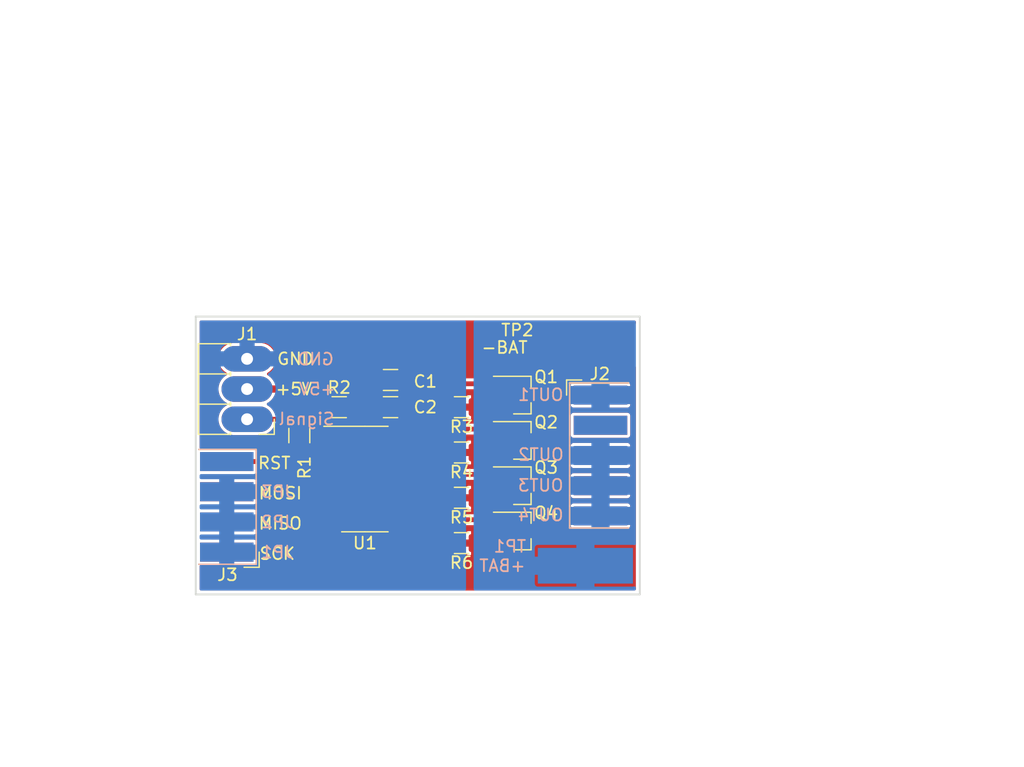
<source format=kicad_pcb>
(kicad_pcb (version 20171130) (host pcbnew "(5.1.4)-1")

  (general
    (thickness 1.6)
    (drawings 28)
    (tracks 91)
    (zones 0)
    (modules 18)
    (nets 24)
  )

  (page A4)
  (layers
    (0 F.Cu signal)
    (31 B.Cu signal)
    (32 B.Adhes user)
    (33 F.Adhes user)
    (34 B.Paste user)
    (35 F.Paste user)
    (36 B.SilkS user)
    (37 F.SilkS user)
    (38 B.Mask user)
    (39 F.Mask user)
    (40 Dwgs.User user)
    (41 Cmts.User user)
    (42 Eco1.User user)
    (43 Eco2.User user)
    (44 Edge.Cuts user)
    (45 Margin user)
    (46 B.CrtYd user)
    (47 F.CrtYd user)
    (48 B.Fab user)
    (49 F.Fab user)
  )

  (setup
    (last_trace_width 0.254)
    (user_trace_width 0.3048)
    (user_trace_width 0.4064)
    (user_trace_width 0.6096)
    (user_trace_width 0.8128)
    (user_trace_width 1.016)
    (user_trace_width 1.27)
    (user_trace_width 1.4224)
    (user_trace_width 1.6764)
    (user_trace_width 1.778)
    (user_trace_width 2.1844)
    (user_trace_width 2.54)
    (user_trace_width 3.81)
    (trace_clearance 0.2032)
    (zone_clearance 0.254)
    (zone_45_only no)
    (trace_min 0.2)
    (via_size 0.8)
    (via_drill 0.4)
    (via_min_size 0.4)
    (via_min_drill 0.3)
    (uvia_size 0.3)
    (uvia_drill 0.1)
    (uvias_allowed no)
    (uvia_min_size 0.2)
    (uvia_min_drill 0.1)
    (edge_width 0.15)
    (segment_width 0.2)
    (pcb_text_width 0.3)
    (pcb_text_size 1.5 1.5)
    (mod_edge_width 0.15)
    (mod_text_size 1 1)
    (mod_text_width 0.15)
    (pad_size 1.524 1.524)
    (pad_drill 0.762)
    (pad_to_mask_clearance 0.051)
    (solder_mask_min_width 0.25)
    (aux_axis_origin 0 0)
    (visible_elements 7FFDFFFF)
    (pcbplotparams
      (layerselection 0x010f0_ffffffff)
      (usegerberextensions true)
      (usegerberattributes false)
      (usegerberadvancedattributes false)
      (creategerberjobfile false)
      (excludeedgelayer true)
      (linewidth 0.100000)
      (plotframeref false)
      (viasonmask false)
      (mode 1)
      (useauxorigin false)
      (hpglpennumber 1)
      (hpglpenspeed 20)
      (hpglpendiameter 15.000000)
      (psnegative false)
      (psa4output false)
      (plotreference true)
      (plotvalue true)
      (plotinvisibletext false)
      (padsonsilk false)
      (subtractmaskfromsilk false)
      (outputformat 1)
      (mirror false)
      (drillshape 0)
      (scaleselection 1)
      (outputdirectory "GERBER/"))
  )

  (net 0 "")
  (net 1 +5V)
  (net 2 GND)
  (net 3 V_BAT)
  (net 4 OUT3)
  (net 5 OUT4)
  (net 6 OUT1)
  (net 7 OUT2)
  (net 8 "Net-(U1-Pad5)")
  (net 9 "Net-(U1-Pad3)")
  (net 10 "Net-(U1-Pad6)")
  (net 11 /RESET)
  (net 12 /MOSI)
  (net 13 /MISO)
  (net 14 "Net-(J1-Pad1)")
  (net 15 /SCK)
  (net 16 "Net-(J2-Pad9)")
  (net 17 "Net-(J2-Pad7)")
  (net 18 "Net-(J2-Pad5)")
  (net 19 "Net-(J2-Pad4)")
  (net 20 "Net-(J2-Pad3)")
  (net 21 "Net-(J2-Pad1)")
  (net 22 "Net-(J3-Pad8)")
  (net 23 "Net-(R1-Pad1)")

  (net_class Default "This is the default net class."
    (clearance 0.2032)
    (trace_width 0.254)
    (via_dia 0.8)
    (via_drill 0.4)
    (uvia_dia 0.3)
    (uvia_drill 0.1)
    (add_net +5V)
    (add_net /MISO)
    (add_net /MOSI)
    (add_net /RESET)
    (add_net /SCK)
    (add_net GND)
    (add_net "Net-(J1-Pad1)")
    (add_net "Net-(J2-Pad1)")
    (add_net "Net-(J2-Pad3)")
    (add_net "Net-(J2-Pad4)")
    (add_net "Net-(J2-Pad5)")
    (add_net "Net-(J2-Pad7)")
    (add_net "Net-(J2-Pad9)")
    (add_net "Net-(J3-Pad8)")
    (add_net "Net-(R1-Pad1)")
    (add_net "Net-(U1-Pad3)")
    (add_net "Net-(U1-Pad5)")
    (add_net "Net-(U1-Pad6)")
    (add_net OUT1)
    (add_net OUT2)
    (add_net OUT3)
    (add_net OUT4)
    (add_net V_BAT)
  )

  (module obbo_footprints:SOT-23_HandSoldering (layer F.Cu) (tedit 5D85134C) (tstamp 5DE3A79F)
    (at 211.0805 73.66)
    (descr "SOT-23, HandSoldering")
    (tags SOT-23)
    (path /5DE71A2A)
    (attr smd)
    (fp_text reference Q4 (at 2.0255 -1.524) (layer F.SilkS)
      (effects (font (size 1 1) (thickness 0.15)))
    )
    (fp_text value AO3400 (at 0 2.5) (layer F.Fab)
      (effects (font (size 1 1) (thickness 0.15)))
    )
    (fp_text user %R (at 0 0 90) (layer F.Fab)
      (effects (font (size 0.5 0.5) (thickness 0.075)))
    )
    (fp_line (start 0.76 1.58) (end 0.76 0.65) (layer F.SilkS) (width 0.12))
    (fp_line (start 0.76 -1.58) (end 0.76 -0.65) (layer F.SilkS) (width 0.12))
    (fp_line (start -2.7 -1.75) (end 2.7 -1.75) (layer F.CrtYd) (width 0.05))
    (fp_line (start 2.7 -1.75) (end 2.7 1.75) (layer F.CrtYd) (width 0.05))
    (fp_line (start 2.7 1.75) (end -2.7 1.75) (layer F.CrtYd) (width 0.05))
    (fp_line (start -2.7 1.75) (end -2.7 -1.75) (layer F.CrtYd) (width 0.05))
    (fp_line (start 0.76 -1.58) (end -2.4 -1.58) (layer F.SilkS) (width 0.12))
    (fp_line (start -0.7 -0.95) (end -0.7 1.5) (layer F.Fab) (width 0.1))
    (fp_line (start -0.15 -1.52) (end 0.7 -1.52) (layer F.Fab) (width 0.1))
    (fp_line (start -0.7 -0.95) (end -0.15 -1.52) (layer F.Fab) (width 0.1))
    (fp_line (start 0.7 -1.52) (end 0.7 1.52) (layer F.Fab) (width 0.1))
    (fp_line (start -0.7 1.52) (end 0.7 1.52) (layer F.Fab) (width 0.1))
    (fp_line (start 0.76 1.58) (end -0.7 1.58) (layer F.SilkS) (width 0.12))
    (pad 1 smd rect (at -1.2 -0.95) (size 1.3 0.8) (layers F.Cu F.Paste F.Mask)
      (net 5 OUT4))
    (pad 2 smd rect (at -1.2 0.95) (size 1.3 0.8) (layers F.Cu F.Paste F.Mask)
      (net 2 GND))
    (pad 3 smd rect (at 1.2 0) (size 1.3 0.8) (layers F.Cu F.Paste F.Mask)
      (net 16 "Net-(J2-Pad9)"))
    (model ${KISYS3DMOD}/Package_TO_SOT_SMD.3dshapes/SOT-23.wrl
      (at (xyz 0 0 0))
      (scale (xyz 1 1 1))
      (rotate (xyz 0 0 0))
    )
  )

  (module obbo_footprints:SOT-23_HandSoldering (layer F.Cu) (tedit 5D85134C) (tstamp 5DE3A78A)
    (at 211.0805 69.85)
    (descr "SOT-23, HandSoldering")
    (tags SOT-23)
    (path /5DE76863)
    (attr smd)
    (fp_text reference Q3 (at 2.0255 -1.524) (layer F.SilkS)
      (effects (font (size 1 1) (thickness 0.15)))
    )
    (fp_text value AO3400 (at 0 2.5) (layer F.Fab)
      (effects (font (size 1 1) (thickness 0.15)))
    )
    (fp_text user %R (at 0 0 90) (layer F.Fab)
      (effects (font (size 0.5 0.5) (thickness 0.075)))
    )
    (fp_line (start 0.76 1.58) (end 0.76 0.65) (layer F.SilkS) (width 0.12))
    (fp_line (start 0.76 -1.58) (end 0.76 -0.65) (layer F.SilkS) (width 0.12))
    (fp_line (start -2.7 -1.75) (end 2.7 -1.75) (layer F.CrtYd) (width 0.05))
    (fp_line (start 2.7 -1.75) (end 2.7 1.75) (layer F.CrtYd) (width 0.05))
    (fp_line (start 2.7 1.75) (end -2.7 1.75) (layer F.CrtYd) (width 0.05))
    (fp_line (start -2.7 1.75) (end -2.7 -1.75) (layer F.CrtYd) (width 0.05))
    (fp_line (start 0.76 -1.58) (end -2.4 -1.58) (layer F.SilkS) (width 0.12))
    (fp_line (start -0.7 -0.95) (end -0.7 1.5) (layer F.Fab) (width 0.1))
    (fp_line (start -0.15 -1.52) (end 0.7 -1.52) (layer F.Fab) (width 0.1))
    (fp_line (start -0.7 -0.95) (end -0.15 -1.52) (layer F.Fab) (width 0.1))
    (fp_line (start 0.7 -1.52) (end 0.7 1.52) (layer F.Fab) (width 0.1))
    (fp_line (start -0.7 1.52) (end 0.7 1.52) (layer F.Fab) (width 0.1))
    (fp_line (start 0.76 1.58) (end -0.7 1.58) (layer F.SilkS) (width 0.12))
    (pad 1 smd rect (at -1.2 -0.95) (size 1.3 0.8) (layers F.Cu F.Paste F.Mask)
      (net 4 OUT3))
    (pad 2 smd rect (at -1.2 0.95) (size 1.3 0.8) (layers F.Cu F.Paste F.Mask)
      (net 2 GND))
    (pad 3 smd rect (at 1.2 0) (size 1.3 0.8) (layers F.Cu F.Paste F.Mask)
      (net 17 "Net-(J2-Pad7)"))
    (model ${KISYS3DMOD}/Package_TO_SOT_SMD.3dshapes/SOT-23.wrl
      (at (xyz 0 0 0))
      (scale (xyz 1 1 1))
      (rotate (xyz 0 0 0))
    )
  )

  (module obbo_footprints:SOT-23_HandSoldering (layer F.Cu) (tedit 5D85134C) (tstamp 5DE3A775)
    (at 211.0805 66.04)
    (descr "SOT-23, HandSoldering")
    (tags SOT-23)
    (path /5DE7742A)
    (attr smd)
    (fp_text reference Q2 (at 2.0255 -1.524) (layer F.SilkS)
      (effects (font (size 1 1) (thickness 0.15)))
    )
    (fp_text value AO3400 (at 0 2.5) (layer F.Fab)
      (effects (font (size 1 1) (thickness 0.15)))
    )
    (fp_text user %R (at 0 0 90) (layer F.Fab)
      (effects (font (size 0.5 0.5) (thickness 0.075)))
    )
    (fp_line (start 0.76 1.58) (end 0.76 0.65) (layer F.SilkS) (width 0.12))
    (fp_line (start 0.76 -1.58) (end 0.76 -0.65) (layer F.SilkS) (width 0.12))
    (fp_line (start -2.7 -1.75) (end 2.7 -1.75) (layer F.CrtYd) (width 0.05))
    (fp_line (start 2.7 -1.75) (end 2.7 1.75) (layer F.CrtYd) (width 0.05))
    (fp_line (start 2.7 1.75) (end -2.7 1.75) (layer F.CrtYd) (width 0.05))
    (fp_line (start -2.7 1.75) (end -2.7 -1.75) (layer F.CrtYd) (width 0.05))
    (fp_line (start 0.76 -1.58) (end -2.4 -1.58) (layer F.SilkS) (width 0.12))
    (fp_line (start -0.7 -0.95) (end -0.7 1.5) (layer F.Fab) (width 0.1))
    (fp_line (start -0.15 -1.52) (end 0.7 -1.52) (layer F.Fab) (width 0.1))
    (fp_line (start -0.7 -0.95) (end -0.15 -1.52) (layer F.Fab) (width 0.1))
    (fp_line (start 0.7 -1.52) (end 0.7 1.52) (layer F.Fab) (width 0.1))
    (fp_line (start -0.7 1.52) (end 0.7 1.52) (layer F.Fab) (width 0.1))
    (fp_line (start 0.76 1.58) (end -0.7 1.58) (layer F.SilkS) (width 0.12))
    (pad 1 smd rect (at -1.2 -0.95) (size 1.3 0.8) (layers F.Cu F.Paste F.Mask)
      (net 7 OUT2))
    (pad 2 smd rect (at -1.2 0.95) (size 1.3 0.8) (layers F.Cu F.Paste F.Mask)
      (net 2 GND))
    (pad 3 smd rect (at 1.2 0) (size 1.3 0.8) (layers F.Cu F.Paste F.Mask)
      (net 18 "Net-(J2-Pad5)"))
    (model ${KISYS3DMOD}/Package_TO_SOT_SMD.3dshapes/SOT-23.wrl
      (at (xyz 0 0 0))
      (scale (xyz 1 1 1))
      (rotate (xyz 0 0 0))
    )
  )

  (module obbo_footprints:SOT-23_HandSoldering (layer F.Cu) (tedit 5D85134C) (tstamp 5E134D62)
    (at 211.0805 62.23)
    (descr "SOT-23, HandSoldering")
    (tags SOT-23)
    (path /5DE78035)
    (attr smd)
    (fp_text reference Q1 (at 2.0255 -1.524) (layer F.SilkS)
      (effects (font (size 1 1) (thickness 0.15)))
    )
    (fp_text value AO3400 (at 0 2.5) (layer F.Fab)
      (effects (font (size 1 1) (thickness 0.15)))
    )
    (fp_text user %R (at 0 0 90) (layer F.Fab)
      (effects (font (size 0.5 0.5) (thickness 0.075)))
    )
    (fp_line (start 0.76 1.58) (end 0.76 0.65) (layer F.SilkS) (width 0.12))
    (fp_line (start 0.76 -1.58) (end 0.76 -0.65) (layer F.SilkS) (width 0.12))
    (fp_line (start -2.7 -1.75) (end 2.7 -1.75) (layer F.CrtYd) (width 0.05))
    (fp_line (start 2.7 -1.75) (end 2.7 1.75) (layer F.CrtYd) (width 0.05))
    (fp_line (start 2.7 1.75) (end -2.7 1.75) (layer F.CrtYd) (width 0.05))
    (fp_line (start -2.7 1.75) (end -2.7 -1.75) (layer F.CrtYd) (width 0.05))
    (fp_line (start 0.76 -1.58) (end -2.4 -1.58) (layer F.SilkS) (width 0.12))
    (fp_line (start -0.7 -0.95) (end -0.7 1.5) (layer F.Fab) (width 0.1))
    (fp_line (start -0.15 -1.52) (end 0.7 -1.52) (layer F.Fab) (width 0.1))
    (fp_line (start -0.7 -0.95) (end -0.15 -1.52) (layer F.Fab) (width 0.1))
    (fp_line (start 0.7 -1.52) (end 0.7 1.52) (layer F.Fab) (width 0.1))
    (fp_line (start -0.7 1.52) (end 0.7 1.52) (layer F.Fab) (width 0.1))
    (fp_line (start 0.76 1.58) (end -0.7 1.58) (layer F.SilkS) (width 0.12))
    (pad 1 smd rect (at -1.2 -0.95) (size 1.3 0.8) (layers F.Cu F.Paste F.Mask)
      (net 6 OUT1))
    (pad 2 smd rect (at -1.2 0.95) (size 1.3 0.8) (layers F.Cu F.Paste F.Mask)
      (net 2 GND))
    (pad 3 smd rect (at 1.2 0) (size 1.3 0.8) (layers F.Cu F.Paste F.Mask)
      (net 21 "Net-(J2-Pad1)"))
    (model ${KISYS3DMOD}/Package_TO_SOT_SMD.3dshapes/SOT-23.wrl
      (at (xyz 0 0 0))
      (scale (xyz 1 1 1))
      (rotate (xyz 0 0 0))
    )
  )

  (module obbo_footprints:PinHeader_1x03_P2.54mm_Horizontal_PAD_noPinSilk (layer F.Cu) (tedit 5D8E6546) (tstamp 5D2D82A9)
    (at 187.96 64.262 180)
    (descr "Through hole angled pin header, 1x03, 2.54mm pitch, 6mm pin length, single row")
    (tags "Through hole angled pin header THT 1x03 2.54mm single row")
    (path /5CA7C026)
    (fp_text reference J1 (at 0 7.1628) (layer F.SilkS)
      (effects (font (size 1 1) (thickness 0.15)))
    )
    (fp_text value CH1 (at 4.385 7.35) (layer F.Fab)
      (effects (font (size 1 1) (thickness 0.15)))
    )
    (fp_line (start 1.397 6.223) (end 1.397 6.35) (layer F.SilkS) (width 0.15))
    (fp_line (start 1.397 3.683) (end 1.397 3.937) (layer F.SilkS) (width 0.15))
    (fp_line (start 1.397 1.143) (end 1.397 1.397) (layer F.SilkS) (width 0.15))
    (fp_line (start 1.397 -1.27) (end 1.397 -1.143) (layer F.SilkS) (width 0.15))
    (fp_line (start 2.135 -1.27) (end 4.04 -1.27) (layer F.Fab) (width 0.1))
    (fp_line (start 4.04 -1.27) (end 4.04 6.35) (layer F.Fab) (width 0.1))
    (fp_line (start 4.04 6.35) (end 1.5 6.35) (layer F.Fab) (width 0.1))
    (fp_line (start 1.5 6.35) (end 1.5 -0.635) (layer F.Fab) (width 0.1))
    (fp_line (start 1.5 -0.635) (end 2.135 -1.27) (layer F.Fab) (width 0.1))
    (fp_line (start -0.32 -0.32) (end 1.5 -0.32) (layer F.Fab) (width 0.1))
    (fp_line (start -0.32 -0.32) (end -0.32 0.32) (layer F.Fab) (width 0.1))
    (fp_line (start -0.32 0.32) (end 1.5 0.32) (layer F.Fab) (width 0.1))
    (fp_line (start -0.32 2.22) (end 1.5 2.22) (layer F.Fab) (width 0.1))
    (fp_line (start -0.32 2.22) (end -0.32 2.86) (layer F.Fab) (width 0.1))
    (fp_line (start -0.32 2.86) (end 1.5 2.86) (layer F.Fab) (width 0.1))
    (fp_line (start -0.32 4.76) (end 1.5 4.76) (layer F.Fab) (width 0.1))
    (fp_line (start -0.32 4.76) (end -0.32 5.4) (layer F.Fab) (width 0.1))
    (fp_line (start -0.32 5.4) (end 1.5 5.4) (layer F.Fab) (width 0.1))
    (fp_line (start 1.397 6.35) (end 4.1 6.35) (layer F.SilkS) (width 0.12))
    (fp_line (start 4.1 6.35) (end 4.1 -1.27) (layer F.SilkS) (width 0.12))
    (fp_line (start 4.1 -1.27) (end 1.397 -1.27) (layer F.SilkS) (width 0.12))
    (fp_line (start 1.397 1.27) (end 4.1 1.27) (layer F.SilkS) (width 0.12))
    (fp_line (start 1.397 3.81) (end 4.1 3.81) (layer F.SilkS) (width 0.12))
    (fp_line (start -2.286 0) (end -2.286 -1.27) (layer F.SilkS) (width 0.12))
    (fp_line (start -2.286 -1.27) (end -1.016 -1.27) (layer F.SilkS) (width 0.12))
    (fp_line (start -2.168 -1.27) (end -2.168 6.35) (layer F.CrtYd) (width 0.05))
    (fp_line (start -2.168 6.35) (end 10.541 6.35) (layer F.CrtYd) (width 0.05))
    (fp_line (start 10.541 6.35) (end 10.541 -1.27) (layer F.CrtYd) (width 0.05))
    (fp_line (start 10.541 -1.27) (end -2.168 -1.27) (layer F.CrtYd) (width 0.05))
    (fp_text user %R (at 2.77 2.54 90) (layer F.Fab)
      (effects (font (size 1 1) (thickness 0.15)))
    )
    (pad 1 thru_hole oval (at 0 0 180) (size 4.3 2.15) (drill 1) (layers *.Cu *.Mask)
      (net 14 "Net-(J1-Pad1)"))
    (pad 2 thru_hole oval (at 0 2.54 180) (size 4.3 2.15) (drill 1) (layers *.Cu *.Mask)
      (net 1 +5V))
    (pad 3 thru_hole oval (at 0 5.08 180) (size 4.3 2.15) (drill 1) (layers *.Cu *.Mask)
      (net 2 GND))
    (model ${KISYS3DMOD}/Connector_PinHeader_2.54mm.3dshapes/PinHeader_1x03_P2.54mm_Horizontal.wrl
      (at (xyz 0 0 0))
      (scale (xyz 1 1 1))
      (rotate (xyz 0 0 0))
    )
  )

  (module obbo_footprints:SolderWirePad_single_SMD_3x8mm (layer F.Cu) (tedit 5D85501B) (tstamp 5D885830)
    (at 216.408 58.039 90)
    (descr "Wire Pad, Square, SMD Pad,  3mm x 8mm,")
    (tags "MesurementPoint Square SMD Pad 3mmx8mm ")
    (path /5D96006C)
    (attr smd)
    (fp_text reference TP2 (at 1.27 -5.715 180) (layer F.SilkS)
      (effects (font (size 1 1) (thickness 0.15)))
    )
    (fp_text value -BAT (at 0 6.35 90) (layer F.Fab)
      (effects (font (size 1 1) (thickness 0.15)))
    )
    (fp_line (start 1.778 -4.191) (end -1.778 -4.191) (layer F.CrtYd) (width 0.05))
    (fp_line (start 1.778 4.191) (end 1.778 -4.191) (layer F.CrtYd) (width 0.05))
    (fp_line (start -1.778 4.191) (end 1.778 4.191) (layer F.CrtYd) (width 0.05))
    (fp_line (start -1.778 -4.191) (end -1.778 4.191) (layer F.CrtYd) (width 0.05))
    (pad 1 smd rect (at 0 0 90) (size 3 8) (layers F.Cu F.Paste F.Mask)
      (net 2 GND))
  )

  (module obbo_footprints:SolderWirePad_single_SMD_3x8mm (layer B.Cu) (tedit 5D85501B) (tstamp 5D88494C)
    (at 216.408 76.581 90)
    (descr "Wire Pad, Square, SMD Pad,  3mm x 8mm,")
    (tags "MesurementPoint Square SMD Pad 3mmx8mm ")
    (path /5D95F5C9)
    (attr smd)
    (fp_text reference TP1 (at 1.6256 -6.35 180) (layer B.SilkS)
      (effects (font (size 1 1) (thickness 0.15)) (justify mirror))
    )
    (fp_text value +BAT (at 0 -6.35 90) (layer B.Fab)
      (effects (font (size 1 1) (thickness 0.15)) (justify mirror))
    )
    (fp_line (start 1.778 4.191) (end -1.778 4.191) (layer B.CrtYd) (width 0.05))
    (fp_line (start 1.778 -4.191) (end 1.778 4.191) (layer B.CrtYd) (width 0.05))
    (fp_line (start -1.778 -4.191) (end 1.778 -4.191) (layer B.CrtYd) (width 0.05))
    (fp_line (start -1.778 4.191) (end -1.778 -4.191) (layer B.CrtYd) (width 0.05))
    (pad 1 smd rect (at 0 0 90) (size 3 8) (layers B.Cu B.Paste B.Mask)
      (net 3 V_BAT))
  )

  (module obbo-footprints-experimental:PinHead_2x04_P2.54mm_SMD_Horizontal_Edge (layer F.Cu) (tedit 5D85456A) (tstamp 5D87C63C)
    (at 187.452 75.438 180)
    (path /5D920B94)
    (fp_text reference J3 (at 1.143 -1.905) (layer F.SilkS)
      (effects (font (size 1 1) (thickness 0.15)))
    )
    (fp_text value Conn_02x04_Odd_Even (at -5 6 90) (layer F.Fab) hide
      (effects (font (size 1 1) (thickness 0.15)))
    )
    (fp_line (start 3.683 -1.27) (end 3.683 8.89) (layer B.CrtYd) (width 0.05))
    (fp_line (start 3.683 8.89) (end -1.143 8.89) (layer B.CrtYd) (width 0.05))
    (fp_line (start -1.143 8.89) (end -1.143 -1.27) (layer B.CrtYd) (width 0.05))
    (fp_line (start -1.143 -1.27) (end 3.683 -1.27) (layer B.CrtYd) (width 0.05))
    (fp_line (start -1.27 -1.016) (end -1.27 8.636) (layer B.SilkS) (width 0.12))
    (fp_line (start -1.27 -1.016) (end 3.556 -1.016) (layer B.SilkS) (width 0.12))
    (fp_line (start 3.556 8.636) (end -1.27 8.636) (layer B.SilkS) (width 0.12))
    (fp_line (start 3.556 -1.016) (end -1.27 -1.016) (layer F.SilkS) (width 0.12))
    (fp_text user %R (at 1.27 9.652 180) (layer F.Fab)
      (effects (font (size 1 1) (thickness 0.15)))
    )
    (fp_line (start 3.81 8.636) (end 3.81 -1.016) (layer F.Fab) (width 0.1))
    (fp_line (start -1.524 -1.27) (end -1.524 0) (layer F.SilkS) (width 0.12))
    (fp_line (start -0.254 -1.27) (end -1.524 -1.27) (layer F.SilkS) (width 0.12))
    (fp_line (start -1.27 8.636) (end 3.556 8.636) (layer F.SilkS) (width 0.12))
    (fp_line (start -1.27 8.636) (end -1.27 -1.016) (layer F.SilkS) (width 0.12))
    (fp_line (start -1.143 -1.27) (end 3.683 -1.27) (layer F.CrtYd) (width 0.05))
    (fp_line (start -1.143 8.89) (end -1.143 -1.27) (layer F.CrtYd) (width 0.05))
    (fp_line (start 3.683 -1.27) (end 3.683 8.89) (layer F.CrtYd) (width 0.05))
    (fp_line (start 3.683 8.89) (end -1.143 8.89) (layer F.CrtYd) (width 0.05))
    (pad 1 smd rect (at 1.2 0 180) (size 4.5 1.6) (layers F.Cu F.Paste F.Mask)
      (net 15 /SCK))
    (pad 2 smd rect (at 1.2 0 180) (size 4.5 1.6) (layers B.Cu B.Paste B.Mask)
      (net 2 GND))
    (pad 3 smd rect (at 1.2 2.54 180) (size 4.5 1.6) (layers F.Cu F.Paste F.Mask)
      (net 13 /MISO))
    (pad 4 smd rect (at 1.2 2.54 180) (size 4.5 1.6) (layers B.Cu B.Paste B.Mask)
      (net 2 GND))
    (pad 5 smd rect (at 1.2 5.08 180) (size 4.5 1.6) (layers F.Cu F.Paste F.Mask)
      (net 12 /MOSI))
    (pad 6 smd rect (at 1.2 5.08 180) (size 4.5 1.6) (layers B.Cu B.Paste B.Mask)
      (net 2 GND))
    (pad 7 smd rect (at 1.2 7.62 180) (size 4.5 1.6) (layers F.Cu F.Paste F.Mask)
      (net 11 /RESET))
    (pad 8 smd rect (at 1.2 7.62 180) (size 4.5 1.6) (layers B.Cu B.Paste B.Mask)
      (net 22 "Net-(J3-Pad8)"))
    (model ${KISYS3DMOD}/Connector_PinHeader_2.54mm.3dshapes/PinHeader_2x04_P2.54mm_Vertical.wrl
      (offset (xyz 3.9 0 0.4))
      (scale (xyz 1 1 1))
      (rotate (xyz 0 -90 0))
    )
  )

  (module obbo-footprints-experimental:PinHead_2x05_P2.54mm_SMD_Horizontal_Edge (layer F.Cu) (tedit 5D854580) (tstamp 5D875D42)
    (at 216.478 62.23)
    (path /5D8C766B)
    (fp_text reference J2 (at 1.143 -1.778) (layer F.SilkS)
      (effects (font (size 1 1) (thickness 0.15)))
    )
    (fp_text value Conn_02x05_Odd_Even (at -5 6 90) (layer F.Fab) hide
      (effects (font (size 1 1) (thickness 0.15)))
    )
    (fp_line (start 3.683 11.43) (end -1.143 11.43) (layer F.CrtYd) (width 0.05))
    (fp_line (start 3.683 -1.27) (end 3.683 11.43) (layer F.CrtYd) (width 0.05))
    (fp_line (start -1.143 11.43) (end -1.143 -1.27) (layer F.CrtYd) (width 0.05))
    (fp_line (start -1.143 -1.27) (end 3.683 -1.27) (layer F.CrtYd) (width 0.05))
    (fp_line (start -1.397 11.176) (end -1.397 -1.016) (layer F.SilkS) (width 0.12))
    (fp_line (start -1.397 11.176) (end 3.556 11.176) (layer F.SilkS) (width 0.12))
    (fp_line (start -0.381 -1.27) (end -1.651 -1.27) (layer F.SilkS) (width 0.12))
    (fp_line (start -1.651 -1.27) (end -1.651 0) (layer F.SilkS) (width 0.12))
    (fp_line (start 3.81 11.176) (end 3.81 -1.016) (layer F.Fab) (width 0.1))
    (fp_text user %R (at 1.27 12.192 180) (layer F.Fab)
      (effects (font (size 1 1) (thickness 0.15)))
    )
    (fp_line (start 3.556 -1.016) (end -1.397 -1.016) (layer F.SilkS) (width 0.15))
    (fp_line (start 3.556 11.176) (end -1.397 11.176) (layer B.SilkS) (width 0.12))
    (fp_line (start -1.397 -1.016) (end 3.556 -1.016) (layer B.SilkS) (width 0.12))
    (fp_line (start -1.397 -1.016) (end -1.397 11.176) (layer B.SilkS) (width 0.12))
    (fp_line (start -1.143 -1.27) (end 3.683 -1.27) (layer B.CrtYd) (width 0.05))
    (fp_line (start -1.143 11.43) (end -1.143 -1.27) (layer B.CrtYd) (width 0.05))
    (fp_line (start 3.683 11.43) (end -1.143 11.43) (layer B.CrtYd) (width 0.05))
    (fp_line (start 3.683 -1.27) (end 3.683 11.43) (layer B.CrtYd) (width 0.05))
    (pad 10 smd rect (at 1.2 10.16) (size 4.5 1.6) (layers B.Cu B.Paste B.Mask)
      (net 3 V_BAT))
    (pad 9 smd rect (at 1.2 10.16) (size 4.5 1.6) (layers F.Cu F.Paste F.Mask)
      (net 16 "Net-(J2-Pad9)"))
    (pad 8 smd rect (at 1.2 7.62) (size 4.5 1.6) (layers B.Cu B.Paste B.Mask)
      (net 3 V_BAT))
    (pad 7 smd rect (at 1.2 7.62) (size 4.5 1.6) (layers F.Cu F.Paste F.Mask)
      (net 17 "Net-(J2-Pad7)"))
    (pad 6 smd rect (at 1.2 5.08) (size 4.5 1.6) (layers B.Cu B.Paste B.Mask)
      (net 3 V_BAT))
    (pad 5 smd rect (at 1.2 5.08) (size 4.5 1.6) (layers F.Cu F.Paste F.Mask)
      (net 18 "Net-(J2-Pad5)"))
    (pad 4 smd rect (at 1.2 2.54) (size 4.5 1.6) (layers B.Cu B.Paste B.Mask)
      (net 19 "Net-(J2-Pad4)"))
    (pad 3 smd rect (at 1.2 2.54) (size 4.5 1.6) (layers F.Cu F.Paste F.Mask)
      (net 20 "Net-(J2-Pad3)"))
    (pad 2 smd rect (at 1.2 0) (size 4.5 1.6) (layers B.Cu B.Paste B.Mask)
      (net 3 V_BAT))
    (pad 1 smd rect (at 1.2 0) (size 4.5 1.6) (layers F.Cu F.Paste F.Mask)
      (net 21 "Net-(J2-Pad1)"))
    (model ${KISYS3DMOD}/Connector_PinHeader_2.54mm.3dshapes/PinHeader_2x05_P2.54mm_Vertical.wrl
      (offset (xyz 3.9 0 0.4))
      (scale (xyz 1 1 1))
      (rotate (xyz 0 -90 0))
    )
  )

  (module Package_SO:SOIC-14_3.9x8.7mm_P1.27mm (layer F.Cu) (tedit 5C97300E) (tstamp 5D5E0A5F)
    (at 197.866 69.2912)
    (descr "SOIC, 14 Pin (JEDEC MS-012AB, https://www.analog.com/media/en/package-pcb-resources/package/pkg_pdf/soic_narrow-r/r_14.pdf), generated with kicad-footprint-generator ipc_gullwing_generator.py")
    (tags "SOIC SO")
    (path /5D714F98)
    (attr smd)
    (fp_text reference U1 (at 0 5.3848) (layer F.SilkS)
      (effects (font (size 1 1) (thickness 0.15)))
    )
    (fp_text value ATtiny44-20SSU (at 0 5.28) (layer F.Fab)
      (effects (font (size 1 1) (thickness 0.15)))
    )
    (fp_text user %R (at 0 0) (layer F.Fab)
      (effects (font (size 0.98 0.98) (thickness 0.15)))
    )
    (fp_line (start 3.7 -4.58) (end -3.7 -4.58) (layer F.CrtYd) (width 0.05))
    (fp_line (start 3.7 4.58) (end 3.7 -4.58) (layer F.CrtYd) (width 0.05))
    (fp_line (start -3.7 4.58) (end 3.7 4.58) (layer F.CrtYd) (width 0.05))
    (fp_line (start -3.7 -4.58) (end -3.7 4.58) (layer F.CrtYd) (width 0.05))
    (fp_line (start -1.95 -3.35) (end -0.975 -4.325) (layer F.Fab) (width 0.1))
    (fp_line (start -1.95 4.325) (end -1.95 -3.35) (layer F.Fab) (width 0.1))
    (fp_line (start 1.95 4.325) (end -1.95 4.325) (layer F.Fab) (width 0.1))
    (fp_line (start 1.95 -4.325) (end 1.95 4.325) (layer F.Fab) (width 0.1))
    (fp_line (start -0.975 -4.325) (end 1.95 -4.325) (layer F.Fab) (width 0.1))
    (fp_line (start 0 -4.435) (end -3.45 -4.435) (layer F.SilkS) (width 0.12))
    (fp_line (start 0 -4.435) (end 1.95 -4.435) (layer F.SilkS) (width 0.12))
    (fp_line (start 0 4.435) (end -1.95 4.435) (layer F.SilkS) (width 0.12))
    (fp_line (start 0 4.435) (end 1.95 4.435) (layer F.SilkS) (width 0.12))
    (pad 14 smd roundrect (at 2.475 -3.81) (size 1.95 0.6) (layers F.Cu F.Paste F.Mask) (roundrect_rratio 0.25)
      (net 2 GND))
    (pad 13 smd roundrect (at 2.475 -2.54) (size 1.95 0.6) (layers F.Cu F.Paste F.Mask) (roundrect_rratio 0.25)
      (net 6 OUT1))
    (pad 12 smd roundrect (at 2.475 -1.27) (size 1.95 0.6) (layers F.Cu F.Paste F.Mask) (roundrect_rratio 0.25)
      (net 7 OUT2))
    (pad 11 smd roundrect (at 2.475 0) (size 1.95 0.6) (layers F.Cu F.Paste F.Mask) (roundrect_rratio 0.25)
      (net 4 OUT3))
    (pad 10 smd roundrect (at 2.475 1.27) (size 1.95 0.6) (layers F.Cu F.Paste F.Mask) (roundrect_rratio 0.25)
      (net 5 OUT4))
    (pad 9 smd roundrect (at 2.475 2.54) (size 1.95 0.6) (layers F.Cu F.Paste F.Mask) (roundrect_rratio 0.25)
      (net 15 /SCK))
    (pad 8 smd roundrect (at 2.475 3.81) (size 1.95 0.6) (layers F.Cu F.Paste F.Mask) (roundrect_rratio 0.25)
      (net 13 /MISO))
    (pad 7 smd roundrect (at -2.475 3.81) (size 1.95 0.6) (layers F.Cu F.Paste F.Mask) (roundrect_rratio 0.25)
      (net 12 /MOSI))
    (pad 6 smd roundrect (at -2.475 2.54) (size 1.95 0.6) (layers F.Cu F.Paste F.Mask) (roundrect_rratio 0.25)
      (net 10 "Net-(U1-Pad6)"))
    (pad 5 smd roundrect (at -2.475 1.27) (size 1.95 0.6) (layers F.Cu F.Paste F.Mask) (roundrect_rratio 0.25)
      (net 8 "Net-(U1-Pad5)"))
    (pad 4 smd roundrect (at -2.475 0) (size 1.95 0.6) (layers F.Cu F.Paste F.Mask) (roundrect_rratio 0.25)
      (net 11 /RESET))
    (pad 3 smd roundrect (at -2.475 -1.27) (size 1.95 0.6) (layers F.Cu F.Paste F.Mask) (roundrect_rratio 0.25)
      (net 9 "Net-(U1-Pad3)"))
    (pad 2 smd roundrect (at -2.475 -2.54) (size 1.95 0.6) (layers F.Cu F.Paste F.Mask) (roundrect_rratio 0.25)
      (net 23 "Net-(R1-Pad1)"))
    (pad 1 smd roundrect (at -2.475 -3.81) (size 1.95 0.6) (layers F.Cu F.Paste F.Mask) (roundrect_rratio 0.25)
      (net 1 +5V))
    (model ${KISYS3DMOD}/Package_SO.3dshapes/SOIC-14_3.9x8.7mm_P1.27mm.wrl
      (at (xyz 0 0 0))
      (scale (xyz 1 1 1))
      (rotate (xyz 0 0 0))
    )
  )

  (module obbo_footprints:R_0805K (layer F.Cu) (tedit 5D624FA8) (tstamp 5D3EC282)
    (at 192.3542 65.6336 90)
    (descr "Resistor SMD 0805 HandSoldering")
    (tags "resistor 0805")
    (path /5CA7B317)
    (attr smd)
    (fp_text reference R1 (at -2.6924 0.4318 90) (layer F.SilkS)
      (effects (font (size 1 1) (thickness 0.15)))
    )
    (fp_text value 330 (at 0 1.75 90) (layer F.Fab)
      (effects (font (size 1 1) (thickness 0.15)))
    )
    (fp_line (start 1.75 0.9) (end -1.75 0.9) (layer F.CrtYd) (width 0.05))
    (fp_line (start 1.75 0.9) (end 1.75 -0.9) (layer F.CrtYd) (width 0.05))
    (fp_line (start -1.75 -0.9) (end -1.75 0.9) (layer F.CrtYd) (width 0.05))
    (fp_line (start -1.75 -0.9) (end 1.75 -0.9) (layer F.CrtYd) (width 0.05))
    (fp_line (start -0.6 -0.88) (end 0.6 -0.88) (layer F.SilkS) (width 0.12))
    (fp_line (start 0.6 0.88) (end -0.6 0.88) (layer F.SilkS) (width 0.12))
    (fp_line (start -1 -0.62) (end 1 -0.62) (layer F.Fab) (width 0.1))
    (fp_line (start 1 -0.62) (end 1 0.62) (layer F.Fab) (width 0.1))
    (fp_line (start 1 0.62) (end -1 0.62) (layer F.Fab) (width 0.1))
    (fp_line (start -1 0.62) (end -1 -0.62) (layer F.Fab) (width 0.1))
    (fp_text user %R (at 0 0 90) (layer F.Fab)
      (effects (font (size 0.5 0.5) (thickness 0.075)))
    )
    (pad 2 smd roundrect (at 1.1 0 90) (size 1 1.5) (layers F.Cu F.Paste F.Mask) (roundrect_rratio 0.2)
      (net 14 "Net-(J1-Pad1)"))
    (pad 1 smd roundrect (at -1.1 0 90) (size 1 1.5) (layers F.Cu F.Paste F.Mask) (roundrect_rratio 0.2)
      (net 23 "Net-(R1-Pad1)"))
    (model ${KISYS3DMOD}/Resistors_SMD.3dshapes/R_0805.wrl
      (at (xyz 0 0 0))
      (scale (xyz 1 1 1))
      (rotate (xyz 0 0 0))
    )
  )

  (module obbo_footprints:C_0805K (layer F.Cu) (tedit 5D62541D) (tstamp 5D2D80EC)
    (at 200.025 60.96)
    (descr "Capasitor SMD 0805 HandSoldering")
    (tags "capasitor 0805")
    (path /5C9FC303)
    (attr smd)
    (fp_text reference C1 (at 2.921 0.127) (layer F.SilkS)
      (effects (font (size 1 1) (thickness 0.15)))
    )
    (fp_text value 100n (at 0 1.75) (layer F.Fab)
      (effects (font (size 1 1) (thickness 0.15)))
    )
    (fp_line (start 1.75 0.9) (end -1.75 0.9) (layer F.CrtYd) (width 0.05))
    (fp_line (start 1.75 0.9) (end 1.75 -0.9) (layer F.CrtYd) (width 0.05))
    (fp_line (start -1.75 -0.9) (end -1.75 0.9) (layer F.CrtYd) (width 0.05))
    (fp_line (start -1.75 -0.9) (end 1.75 -0.9) (layer F.CrtYd) (width 0.05))
    (fp_line (start -0.6 -0.88) (end 0.6 -0.88) (layer F.SilkS) (width 0.12))
    (fp_line (start 0.6 0.88) (end -0.6 0.88) (layer F.SilkS) (width 0.12))
    (fp_line (start -1 -0.62) (end 1 -0.62) (layer F.Fab) (width 0.1))
    (fp_line (start 1 -0.62) (end 1 0.62) (layer F.Fab) (width 0.1))
    (fp_line (start 1 0.62) (end -1 0.62) (layer F.Fab) (width 0.1))
    (fp_line (start -1 0.62) (end -1 -0.62) (layer F.Fab) (width 0.1))
    (fp_text user %R (at 0 0) (layer F.Fab)
      (effects (font (size 0.5 0.5) (thickness 0.075)))
    )
    (pad 2 smd roundrect (at 1.1 0) (size 1 1.5) (layers F.Cu F.Paste F.Mask) (roundrect_rratio 0.2)
      (net 2 GND))
    (pad 1 smd roundrect (at -1.1 0) (size 1 1.5) (layers F.Cu F.Paste F.Mask) (roundrect_rratio 0.2)
      (net 1 +5V))
    (model ${KISYS3DMOD}/Capacitor_SMD.3dshapes/C_0805_2012Metric.wrl
      (at (xyz 0 0 0))
      (scale (xyz 1 1 1))
      (rotate (xyz 0 0 0))
    )
  )

  (module obbo_footprints:R_0805K (layer F.Cu) (tedit 5D624FA8) (tstamp 5D87A445)
    (at 205.994 74.676 180)
    (descr "Resistor SMD 0805 HandSoldering")
    (tags "resistor 0805")
    (path /5CAB9303)
    (attr smd)
    (fp_text reference R6 (at 0 -1.65) (layer F.SilkS)
      (effects (font (size 1 1) (thickness 0.15)))
    )
    (fp_text value 10k (at 0 1.75) (layer F.Fab)
      (effects (font (size 1 1) (thickness 0.15)))
    )
    (fp_line (start 1.75 0.9) (end -1.75 0.9) (layer F.CrtYd) (width 0.05))
    (fp_line (start 1.75 0.9) (end 1.75 -0.9) (layer F.CrtYd) (width 0.05))
    (fp_line (start -1.75 -0.9) (end -1.75 0.9) (layer F.CrtYd) (width 0.05))
    (fp_line (start -1.75 -0.9) (end 1.75 -0.9) (layer F.CrtYd) (width 0.05))
    (fp_line (start -0.6 -0.88) (end 0.6 -0.88) (layer F.SilkS) (width 0.12))
    (fp_line (start 0.6 0.88) (end -0.6 0.88) (layer F.SilkS) (width 0.12))
    (fp_line (start -1 -0.62) (end 1 -0.62) (layer F.Fab) (width 0.1))
    (fp_line (start 1 -0.62) (end 1 0.62) (layer F.Fab) (width 0.1))
    (fp_line (start 1 0.62) (end -1 0.62) (layer F.Fab) (width 0.1))
    (fp_line (start -1 0.62) (end -1 -0.62) (layer F.Fab) (width 0.1))
    (fp_text user %R (at 0 0) (layer F.Fab)
      (effects (font (size 0.5 0.5) (thickness 0.075)))
    )
    (pad 2 smd roundrect (at 1.1 0 180) (size 1 1.5) (layers F.Cu F.Paste F.Mask) (roundrect_rratio 0.2)
      (net 5 OUT4))
    (pad 1 smd roundrect (at -1.1 0 180) (size 1 1.5) (layers F.Cu F.Paste F.Mask) (roundrect_rratio 0.2)
      (net 2 GND))
    (model ${KISYS3DMOD}/Resistors_SMD.3dshapes/R_0805.wrl
      (at (xyz 0 0 0))
      (scale (xyz 1 1 1))
      (rotate (xyz 0 0 0))
    )
  )

  (module obbo_footprints:R_0805K (layer F.Cu) (tedit 5D624FA8) (tstamp 5D38D474)
    (at 205.994 70.866 180)
    (descr "Resistor SMD 0805 HandSoldering")
    (tags "resistor 0805")
    (path /5CAB92DA)
    (attr smd)
    (fp_text reference R5 (at 0 -1.65) (layer F.SilkS)
      (effects (font (size 1 1) (thickness 0.15)))
    )
    (fp_text value 10k (at 0 1.75) (layer F.Fab)
      (effects (font (size 1 1) (thickness 0.15)))
    )
    (fp_line (start 1.75 0.9) (end -1.75 0.9) (layer F.CrtYd) (width 0.05))
    (fp_line (start 1.75 0.9) (end 1.75 -0.9) (layer F.CrtYd) (width 0.05))
    (fp_line (start -1.75 -0.9) (end -1.75 0.9) (layer F.CrtYd) (width 0.05))
    (fp_line (start -1.75 -0.9) (end 1.75 -0.9) (layer F.CrtYd) (width 0.05))
    (fp_line (start -0.6 -0.88) (end 0.6 -0.88) (layer F.SilkS) (width 0.12))
    (fp_line (start 0.6 0.88) (end -0.6 0.88) (layer F.SilkS) (width 0.12))
    (fp_line (start -1 -0.62) (end 1 -0.62) (layer F.Fab) (width 0.1))
    (fp_line (start 1 -0.62) (end 1 0.62) (layer F.Fab) (width 0.1))
    (fp_line (start 1 0.62) (end -1 0.62) (layer F.Fab) (width 0.1))
    (fp_line (start -1 0.62) (end -1 -0.62) (layer F.Fab) (width 0.1))
    (fp_text user %R (at 0 0) (layer F.Fab)
      (effects (font (size 0.5 0.5) (thickness 0.075)))
    )
    (pad 2 smd roundrect (at 1.1 0 180) (size 1 1.5) (layers F.Cu F.Paste F.Mask) (roundrect_rratio 0.2)
      (net 4 OUT3))
    (pad 1 smd roundrect (at -1.1 0 180) (size 1 1.5) (layers F.Cu F.Paste F.Mask) (roundrect_rratio 0.2)
      (net 2 GND))
    (model ${KISYS3DMOD}/Resistors_SMD.3dshapes/R_0805.wrl
      (at (xyz 0 0 0))
      (scale (xyz 1 1 1))
      (rotate (xyz 0 0 0))
    )
  )

  (module obbo_footprints:R_0805K (layer F.Cu) (tedit 5D624FA8) (tstamp 5D38D35D)
    (at 205.994 67.056 180)
    (descr "Resistor SMD 0805 HandSoldering")
    (tags "resistor 0805")
    (path /5CAB92B1)
    (attr smd)
    (fp_text reference R4 (at 0 -1.65) (layer F.SilkS)
      (effects (font (size 1 1) (thickness 0.15)))
    )
    (fp_text value 10k (at 0 1.75) (layer F.Fab)
      (effects (font (size 1 1) (thickness 0.15)))
    )
    (fp_line (start 1.75 0.9) (end -1.75 0.9) (layer F.CrtYd) (width 0.05))
    (fp_line (start 1.75 0.9) (end 1.75 -0.9) (layer F.CrtYd) (width 0.05))
    (fp_line (start -1.75 -0.9) (end -1.75 0.9) (layer F.CrtYd) (width 0.05))
    (fp_line (start -1.75 -0.9) (end 1.75 -0.9) (layer F.CrtYd) (width 0.05))
    (fp_line (start -0.6 -0.88) (end 0.6 -0.88) (layer F.SilkS) (width 0.12))
    (fp_line (start 0.6 0.88) (end -0.6 0.88) (layer F.SilkS) (width 0.12))
    (fp_line (start -1 -0.62) (end 1 -0.62) (layer F.Fab) (width 0.1))
    (fp_line (start 1 -0.62) (end 1 0.62) (layer F.Fab) (width 0.1))
    (fp_line (start 1 0.62) (end -1 0.62) (layer F.Fab) (width 0.1))
    (fp_line (start -1 0.62) (end -1 -0.62) (layer F.Fab) (width 0.1))
    (fp_text user %R (at 0 0) (layer F.Fab)
      (effects (font (size 0.5 0.5) (thickness 0.075)))
    )
    (pad 2 smd roundrect (at 1.1 0 180) (size 1 1.5) (layers F.Cu F.Paste F.Mask) (roundrect_rratio 0.2)
      (net 7 OUT2))
    (pad 1 smd roundrect (at -1.1 0 180) (size 1 1.5) (layers F.Cu F.Paste F.Mask) (roundrect_rratio 0.2)
      (net 2 GND))
    (model ${KISYS3DMOD}/Resistors_SMD.3dshapes/R_0805.wrl
      (at (xyz 0 0 0))
      (scale (xyz 1 1 1))
      (rotate (xyz 0 0 0))
    )
  )

  (module obbo_footprints:R_0805K (layer F.Cu) (tedit 5D624FA8) (tstamp 5D38D300)
    (at 205.994 63.246 180)
    (descr "Resistor SMD 0805 HandSoldering")
    (tags "resistor 0805")
    (path /5CAB3910)
    (attr smd)
    (fp_text reference R3 (at 0 -1.65) (layer F.SilkS)
      (effects (font (size 1 1) (thickness 0.15)))
    )
    (fp_text value 10k (at 0 1.75) (layer F.Fab)
      (effects (font (size 1 1) (thickness 0.15)))
    )
    (fp_line (start 1.75 0.9) (end -1.75 0.9) (layer F.CrtYd) (width 0.05))
    (fp_line (start 1.75 0.9) (end 1.75 -0.9) (layer F.CrtYd) (width 0.05))
    (fp_line (start -1.75 -0.9) (end -1.75 0.9) (layer F.CrtYd) (width 0.05))
    (fp_line (start -1.75 -0.9) (end 1.75 -0.9) (layer F.CrtYd) (width 0.05))
    (fp_line (start -0.6 -0.88) (end 0.6 -0.88) (layer F.SilkS) (width 0.12))
    (fp_line (start 0.6 0.88) (end -0.6 0.88) (layer F.SilkS) (width 0.12))
    (fp_line (start -1 -0.62) (end 1 -0.62) (layer F.Fab) (width 0.1))
    (fp_line (start 1 -0.62) (end 1 0.62) (layer F.Fab) (width 0.1))
    (fp_line (start 1 0.62) (end -1 0.62) (layer F.Fab) (width 0.1))
    (fp_line (start -1 0.62) (end -1 -0.62) (layer F.Fab) (width 0.1))
    (fp_text user %R (at 0 0) (layer F.Fab)
      (effects (font (size 0.5 0.5) (thickness 0.075)))
    )
    (pad 2 smd roundrect (at 1.1 0 180) (size 1 1.5) (layers F.Cu F.Paste F.Mask) (roundrect_rratio 0.2)
      (net 6 OUT1))
    (pad 1 smd roundrect (at -1.1 0 180) (size 1 1.5) (layers F.Cu F.Paste F.Mask) (roundrect_rratio 0.2)
      (net 2 GND))
    (model ${KISYS3DMOD}/Resistors_SMD.3dshapes/R_0805.wrl
      (at (xyz 0 0 0))
      (scale (xyz 1 1 1))
      (rotate (xyz 0 0 0))
    )
  )

  (module obbo_footprints:R_0805K (layer F.Cu) (tedit 5D624FA8) (tstamp 5D2D8447)
    (at 195.707 63.246)
    (descr "Resistor SMD 0805 HandSoldering")
    (tags "resistor 0805")
    (path /5C9FC1C0)
    (attr smd)
    (fp_text reference R2 (at 0 -1.65) (layer F.SilkS)
      (effects (font (size 1 1) (thickness 0.15)))
    )
    (fp_text value 10k (at 0 1.75) (layer F.Fab)
      (effects (font (size 1 1) (thickness 0.15)))
    )
    (fp_line (start 1.75 0.9) (end -1.75 0.9) (layer F.CrtYd) (width 0.05))
    (fp_line (start 1.75 0.9) (end 1.75 -0.9) (layer F.CrtYd) (width 0.05))
    (fp_line (start -1.75 -0.9) (end -1.75 0.9) (layer F.CrtYd) (width 0.05))
    (fp_line (start -1.75 -0.9) (end 1.75 -0.9) (layer F.CrtYd) (width 0.05))
    (fp_line (start -0.6 -0.88) (end 0.6 -0.88) (layer F.SilkS) (width 0.12))
    (fp_line (start 0.6 0.88) (end -0.6 0.88) (layer F.SilkS) (width 0.12))
    (fp_line (start -1 -0.62) (end 1 -0.62) (layer F.Fab) (width 0.1))
    (fp_line (start 1 -0.62) (end 1 0.62) (layer F.Fab) (width 0.1))
    (fp_line (start 1 0.62) (end -1 0.62) (layer F.Fab) (width 0.1))
    (fp_line (start -1 0.62) (end -1 -0.62) (layer F.Fab) (width 0.1))
    (fp_text user %R (at 0 0) (layer F.Fab)
      (effects (font (size 0.5 0.5) (thickness 0.075)))
    )
    (pad 2 smd roundrect (at 1.1 0) (size 1 1.5) (layers F.Cu F.Paste F.Mask) (roundrect_rratio 0.2)
      (net 11 /RESET))
    (pad 1 smd roundrect (at -1.1 0) (size 1 1.5) (layers F.Cu F.Paste F.Mask) (roundrect_rratio 0.2)
      (net 1 +5V))
    (model ${KISYS3DMOD}/Resistors_SMD.3dshapes/R_0805.wrl
      (at (xyz 0 0 0))
      (scale (xyz 1 1 1))
      (rotate (xyz 0 0 0))
    )
  )

  (module obbo_footprints:C_0805K (layer F.Cu) (tedit 5D62541D) (tstamp 5D2D80AC)
    (at 200.025 63.246)
    (descr "Capasitor SMD 0805 HandSoldering")
    (tags "capasitor 0805")
    (path /5C9FC2A7)
    (attr smd)
    (fp_text reference C2 (at 2.921 0) (layer F.SilkS)
      (effects (font (size 1 1) (thickness 0.15)))
    )
    (fp_text value 100n (at 0 1.75) (layer F.Fab)
      (effects (font (size 1 1) (thickness 0.15)))
    )
    (fp_line (start 1.75 0.9) (end -1.75 0.9) (layer F.CrtYd) (width 0.05))
    (fp_line (start 1.75 0.9) (end 1.75 -0.9) (layer F.CrtYd) (width 0.05))
    (fp_line (start -1.75 -0.9) (end -1.75 0.9) (layer F.CrtYd) (width 0.05))
    (fp_line (start -1.75 -0.9) (end 1.75 -0.9) (layer F.CrtYd) (width 0.05))
    (fp_line (start -0.6 -0.88) (end 0.6 -0.88) (layer F.SilkS) (width 0.12))
    (fp_line (start 0.6 0.88) (end -0.6 0.88) (layer F.SilkS) (width 0.12))
    (fp_line (start -1 -0.62) (end 1 -0.62) (layer F.Fab) (width 0.1))
    (fp_line (start 1 -0.62) (end 1 0.62) (layer F.Fab) (width 0.1))
    (fp_line (start 1 0.62) (end -1 0.62) (layer F.Fab) (width 0.1))
    (fp_line (start -1 0.62) (end -1 -0.62) (layer F.Fab) (width 0.1))
    (fp_text user %R (at 0 0) (layer F.Fab)
      (effects (font (size 0.5 0.5) (thickness 0.075)))
    )
    (pad 2 smd roundrect (at 1.1 0) (size 1 1.5) (layers F.Cu F.Paste F.Mask) (roundrect_rratio 0.2)
      (net 2 GND))
    (pad 1 smd roundrect (at -1.1 0) (size 1 1.5) (layers F.Cu F.Paste F.Mask) (roundrect_rratio 0.2)
      (net 11 /RESET))
    (model ${KISYS3DMOD}/Capacitor_SMD.3dshapes/C_0805_2012Metric.wrl
      (at (xyz 0 0 0))
      (scale (xyz 1 1 1))
      (rotate (xyz 0 0 0))
    )
  )

  (dimension 23.368 (width 0.15) (layer F.Fab)
    (gr_text "23.368 mm" (at 227.233 67.31 270) (layer F.Fab)
      (effects (font (size 1 1) (thickness 0.15)))
    )
    (feature1 (pts (xy 220.98 78.994) (xy 226.519421 78.994)))
    (feature2 (pts (xy 220.98 55.626) (xy 226.519421 55.626)))
    (crossbar (pts (xy 225.933 55.626) (xy 225.933 78.994)))
    (arrow1a (pts (xy 225.933 78.994) (xy 225.346579 77.867496)))
    (arrow1b (pts (xy 225.933 78.994) (xy 226.519421 77.867496)))
    (arrow2a (pts (xy 225.933 55.626) (xy 225.346579 56.752504)))
    (arrow2b (pts (xy 225.933 55.626) (xy 226.519421 56.752504)))
  )
  (dimension 37.338 (width 0.15) (layer F.Fab)
    (gr_text "37.338 mm" (at 202.311 49.627) (layer F.Fab)
      (effects (font (size 1 1) (thickness 0.15)))
    )
    (feature1 (pts (xy 220.98 55.626) (xy 220.98 50.340579)))
    (feature2 (pts (xy 183.642 55.626) (xy 183.642 50.340579)))
    (crossbar (pts (xy 183.642 50.927) (xy 220.98 50.927)))
    (arrow1a (pts (xy 220.98 50.927) (xy 219.853496 51.513421)))
    (arrow1b (pts (xy 220.98 50.927) (xy 219.853496 50.340579)))
    (arrow2a (pts (xy 183.642 50.927) (xy 184.768504 51.513421)))
    (arrow2b (pts (xy 183.642 50.927) (xy 184.768504 50.340579)))
  )
  (gr_text OUT4 (at 212.6488 72.3138) (layer B.SilkS)
    (effects (font (size 1 1) (thickness 0.15)) (justify mirror))
  )
  (gr_text OUT3 (at 212.6488 69.8246) (layer B.SilkS)
    (effects (font (size 1 1) (thickness 0.15)) (justify mirror))
  )
  (gr_text OUT2 (at 212.6742 67.2338) (layer B.SilkS)
    (effects (font (size 1 1) (thickness 0.15)) (justify mirror))
  )
  (gr_text OUT1 (at 212.6488 62.2046) (layer B.SilkS)
    (effects (font (size 1 1) (thickness 0.15)) (justify mirror))
  )
  (gr_text Signal (at 192.9638 64.2366) (layer B.SilkS)
    (effects (font (size 1 1) (thickness 0.15)) (justify mirror))
  )
  (gr_text +5V (at 193.8528 61.722) (layer B.SilkS)
    (effects (font (size 1 1) (thickness 0.15)) (justify mirror))
  )
  (gr_text GND (at 193.7258 59.2074) (layer B.SilkS)
    (effects (font (size 1 1) (thickness 0.15)) (justify mirror))
  )
  (gr_text JP3 (at 190.5 70.358) (layer B.SilkS)
    (effects (font (size 1 1) (thickness 0.15)) (justify mirror))
  )
  (gr_text JP2 (at 190.5 72.898) (layer B.SilkS)
    (effects (font (size 1 1) (thickness 0.15)) (justify mirror))
  )
  (gr_text JP1 (at 190.5 75.438) (layer B.SilkS)
    (effects (font (size 1 1) (thickness 0.15)) (justify mirror))
  )
  (gr_text +BAT (at 209.423 76.581) (layer B.SilkS)
    (effects (font (size 1 1) (thickness 0.15)) (justify mirror))
  )
  (gr_text -BAT (at 209.6135 58.2295) (layer F.SilkS)
    (effects (font (size 1 1) (thickness 0.15)))
  )
  (gr_text +5V (at 191.897 61.722) (layer F.SilkS)
    (effects (font (size 1 1) (thickness 0.15)))
  )
  (gr_text GND (at 192.024 59.182) (layer F.SilkS)
    (effects (font (size 1 1) (thickness 0.15)))
  )
  (gr_text RST (at 190.246 67.945) (layer F.SilkS)
    (effects (font (size 1 1) (thickness 0.15)))
  )
  (gr_text MOSI (at 190.754 70.485) (layer F.SilkS)
    (effects (font (size 1 1) (thickness 0.15)))
  )
  (gr_text MISO (at 190.754 73.025) (layer F.SilkS)
    (effects (font (size 1 1) (thickness 0.15)))
  )
  (gr_text SCK (at 190.5 75.565) (layer F.SilkS)
    (effects (font (size 1 1) (thickness 0.15)))
  )
  (gr_line (start 183.642 78.994) (end 183.642 55.626) (layer Edge.Cuts) (width 0.15) (tstamp 5D66F77A))
  (gr_line (start 220.98 78.994) (end 183.642 78.994) (layer Edge.Cuts) (width 0.15))
  (gr_line (start 220.98 55.626) (end 220.98 78.994) (layer Edge.Cuts) (width 0.15) (tstamp 5D885AEF))
  (gr_line (start 183.642 55.626) (end 220.98 55.626) (layer Edge.Cuts) (width 0.15))
  (gr_line (start 167.513 93.472) (end 167.259 29.083) (layer B.Fab) (width 0.15))
  (gr_line (start 253.238 93.472) (end 167.513 93.472) (layer B.Fab) (width 0.15))
  (gr_line (start 252.984 29.083) (end 253.238 93.472) (layer B.Fab) (width 0.15))
  (gr_line (start 167.386 29.083) (end 252.984 29.083) (layer B.Fab) (width 0.15))

  (segment (start 194.607 63.246) (end 194.607 64.096) (width 0.4064) (layer F.Cu) (net 1))
  (segment (start 195.391 64.835) (end 195.391 65.4812) (width 0.4064) (layer F.Cu) (net 1))
  (segment (start 194.652 64.096) (end 195.391 64.835) (width 0.4064) (layer F.Cu) (net 1))
  (segment (start 194.607 64.096) (end 194.652 64.096) (width 0.4064) (layer F.Cu) (net 1))
  (segment (start 198.325 60.96) (end 198.925 60.96) (width 0.4064) (layer F.Cu) (net 1))
  (segment (start 194.607 60.9932) (end 194.6402 60.96) (width 0.4064) (layer F.Cu) (net 1))
  (segment (start 194.607 63.246) (end 194.607 60.9932) (width 0.4064) (layer F.Cu) (net 1))
  (segment (start 194.6402 60.96) (end 198.325 60.96) (width 0.4064) (layer F.Cu) (net 1))
  (segment (start 191.31153 60.96) (end 191.77 60.96) (width 0.4064) (layer F.Cu) (net 1))
  (segment (start 191.77 60.96) (end 194.6402 60.96) (width 0.4064) (layer F.Cu) (net 1))
  (segment (start 191.31153 60.96) (end 190.54953 61.722) (width 0.6096) (layer F.Cu) (net 1))
  (segment (start 198.925 60.96) (end 191.31153 60.96) (width 0.6096) (layer F.Cu) (net 1))
  (segment (start 190.54953 61.722) (end 187.96 61.722) (width 0.6096) (layer F.Cu) (net 1))
  (segment (start 216.408 58.039) (end 216.408 60.452) (width 1.27) (layer F.Cu) (net 2))
  (segment (start 211.138 58.039) (end 211.074 57.975) (width 1.27) (layer F.Cu) (net 2))
  (segment (start 216.408 58.039) (end 211.138 58.039) (width 1.27) (layer F.Cu) (net 2))
  (segment (start 200.4314 59.182) (end 200.7997 59.5503) (width 0.4064) (layer F.Cu) (net 2))
  (segment (start 200.6092 59.3598) (end 200.7997 59.5503) (width 0.4064) (layer F.Cu) (net 2))
  (segment (start 200.7997 59.5503) (end 201.125 59.8756) (width 0.4064) (layer F.Cu) (net 2))
  (segment (start 201.125 64.178) (end 200.341 64.962) (width 0.6096) (layer F.Cu) (net 2))
  (segment (start 201.125 63.246) (end 201.125 64.178) (width 0.6096) (layer F.Cu) (net 2))
  (segment (start 200.341 64.962) (end 200.341 65.4812) (width 0.6096) (layer F.Cu) (net 2))
  (segment (start 201.125 63.246) (end 201.125 60.96) (width 0.6096) (layer F.Cu) (net 2))
  (segment (start 201.125 59.8756) (end 200.4314 59.182) (width 0.6096) (layer F.Cu) (net 2))
  (segment (start 201.125 60.96) (end 201.125 59.8756) (width 0.6096) (layer F.Cu) (net 2))
  (segment (start 200.4314 59.182) (end 187.96 59.182) (width 0.6096) (layer F.Cu) (net 2))
  (segment (start 204.894 70.866) (end 204.894 69.68) (width 0.4064) (layer F.Cu) (net 4))
  (segment (start 205.674 68.9) (end 209.874 68.9) (width 0.4064) (layer F.Cu) (net 4))
  (segment (start 204.894 69.68) (end 205.674 68.9) (width 0.4064) (layer F.Cu) (net 4))
  (segment (start 202.3872 69.2912) (end 200.341 69.2912) (width 0.4064) (layer F.Cu) (net 4))
  (segment (start 204.894 70.866) (end 203.962 70.866) (width 0.4064) (layer F.Cu) (net 4))
  (segment (start 203.962 70.866) (end 202.3872 69.2912) (width 0.4064) (layer F.Cu) (net 4))
  (segment (start 204.894 74.676) (end 204.894 73.49) (width 0.4064) (layer F.Cu) (net 5))
  (segment (start 205.674 72.71) (end 209.874 72.71) (width 0.4064) (layer F.Cu) (net 5))
  (segment (start 204.894 73.49) (end 205.674 72.71) (width 0.4064) (layer F.Cu) (net 5))
  (segment (start 203.708 74.676) (end 204.894 74.676) (width 0.4064) (layer F.Cu) (net 5))
  (segment (start 203.454 74.422) (end 203.708 74.676) (width 0.4064) (layer F.Cu) (net 5))
  (segment (start 203.454 71.882) (end 203.454 74.422) (width 0.4064) (layer F.Cu) (net 5))
  (segment (start 200.341 70.5612) (end 202.1332 70.5612) (width 0.4064) (layer F.Cu) (net 5))
  (segment (start 202.1332 70.5612) (end 203.454 71.882) (width 0.4064) (layer F.Cu) (net 5))
  (segment (start 209.874 61.28) (end 205.674 61.28) (width 0.4064) (layer F.Cu) (net 6))
  (segment (start 204.894 62.06) (end 205.674 61.28) (width 0.4064) (layer F.Cu) (net 6))
  (segment (start 204.894 63.246) (end 204.894 62.06) (width 0.4064) (layer F.Cu) (net 6))
  (segment (start 200.341 66.7512) (end 201.9808 66.7512) (width 0.4064) (layer F.Cu) (net 6))
  (segment (start 201.9808 66.7512) (end 203.454 65.278) (width 0.4064) (layer F.Cu) (net 6))
  (segment (start 203.962 63.246) (end 204.894 63.246) (width 0.4064) (layer F.Cu) (net 6))
  (segment (start 203.454 63.754) (end 203.962 63.246) (width 0.4064) (layer F.Cu) (net 6))
  (segment (start 203.454 63.754) (end 203.454 65.278) (width 0.4064) (layer F.Cu) (net 6))
  (segment (start 204.894 67.056) (end 204.894 65.87) (width 0.4064) (layer F.Cu) (net 7))
  (segment (start 205.674 65.09) (end 209.874 65.09) (width 0.4064) (layer F.Cu) (net 7))
  (segment (start 204.894 65.87) (end 205.674 65.09) (width 0.4064) (layer F.Cu) (net 7))
  (segment (start 202.2348 68.0212) (end 200.341 68.0212) (width 0.4064) (layer F.Cu) (net 7))
  (segment (start 204.894 67.056) (end 203.2 67.056) (width 0.4064) (layer F.Cu) (net 7))
  (segment (start 203.2 67.056) (end 202.2348 68.0212) (width 0.4064) (layer F.Cu) (net 7))
  (segment (start 198.925 63.246) (end 196.807 63.246) (width 0.4064) (layer F.Cu) (net 11))
  (segment (start 196.807 64.096) (end 196.807 63.246) (width 0.4064) (layer F.Cu) (net 11))
  (segment (start 196.807 68.9502) (end 196.807 64.096) (width 0.4064) (layer F.Cu) (net 11))
  (segment (start 196.466 69.2912) (end 196.807 68.9502) (width 0.4064) (layer F.Cu) (net 11))
  (segment (start 195.391 69.2912) (end 196.466 69.2912) (width 0.4064) (layer F.Cu) (net 11))
  (segment (start 195.391 69.2912) (end 192.2272 69.2912) (width 0.4064) (layer F.Cu) (net 11))
  (segment (start 190.754 67.818) (end 184.728 67.818) (width 0.4064) (layer F.Cu) (net 11))
  (segment (start 192.2272 69.2912) (end 190.754 67.818) (width 0.4064) (layer F.Cu) (net 11))
  (segment (start 193.2686 73.1012) (end 195.391 73.1012) (width 0.4064) (layer F.Cu) (net 12))
  (segment (start 184.728 70.358) (end 190.5254 70.358) (width 0.4064) (layer F.Cu) (net 12))
  (segment (start 190.5254 70.358) (end 193.2686 73.1012) (width 0.4064) (layer F.Cu) (net 12))
  (segment (start 184.728 72.898) (end 190.9064 72.898) (width 0.4064) (layer F.Cu) (net 13))
  (segment (start 190.9064 72.898) (end 192.2526 74.2442) (width 0.4064) (layer F.Cu) (net 13))
  (segment (start 192.2526 74.2442) (end 199.9742 74.2442) (width 0.4064) (layer F.Cu) (net 13))
  (segment (start 200.341 73.8774) (end 200.341 73.1012) (width 0.4064) (layer F.Cu) (net 13))
  (segment (start 199.9742 74.2442) (end 200.341 73.8774) (width 0.4064) (layer F.Cu) (net 13))
  (segment (start 192.0826 64.262) (end 192.3542 64.5336) (width 0.4064) (layer F.Cu) (net 14))
  (segment (start 187.96 64.262) (end 192.0826 64.262) (width 0.4064) (layer F.Cu) (net 14))
  (segment (start 201.6252 71.8312) (end 200.341 71.8312) (width 0.4064) (layer F.Cu) (net 15))
  (segment (start 202.2602 72.4662) (end 201.6252 71.8312) (width 0.4064) (layer F.Cu) (net 15))
  (segment (start 202.2602 74.8284) (end 202.2602 72.4662) (width 0.4064) (layer F.Cu) (net 15))
  (segment (start 184.728 75.438) (end 201.6506 75.438) (width 0.4064) (layer F.Cu) (net 15))
  (segment (start 201.6506 75.438) (end 202.2602 74.8284) (width 0.4064) (layer F.Cu) (net 15))
  (segment (start 214.6152 72.39) (end 214.2236 72.7816) (width 0.8128) (layer F.Cu) (net 16))
  (segment (start 217.678 72.39) (end 214.6152 72.39) (width 0.8128) (layer F.Cu) (net 16))
  (segment (start 214.2236 72.7816) (end 214.2236 73.2282) (width 0.8128) (layer F.Cu) (net 16))
  (segment (start 213.7918 73.66) (end 212.2805 73.66) (width 0.8128) (layer F.Cu) (net 16))
  (segment (start 214.2236 73.2282) (end 213.7918 73.66) (width 0.8128) (layer F.Cu) (net 16))
  (segment (start 212.274 69.85) (end 213.7368 69.85) (width 0.8128) (layer F.Cu) (net 17))
  (segment (start 213.7368 69.85) (end 217.678 69.85) (width 0.8128) (layer F.Cu) (net 17))
  (segment (start 214.9262 67.31) (end 217.989 67.31) (width 0.8128) (layer F.Cu) (net 18))
  (segment (start 212.2805 66.04) (end 213.0298 66.04) (width 0.8128) (layer F.Cu) (net 18))
  (segment (start 214.2998 67.31) (end 214.9262 67.31) (width 0.8128) (layer F.Cu) (net 18))
  (segment (start 213.0298 66.04) (end 214.2998 67.31) (width 0.8128) (layer F.Cu) (net 18))
  (segment (start 212.274 62.23) (end 217.989 62.23) (width 0.8128) (layer F.Cu) (net 21))
  (segment (start 192.3718 66.7512) (end 192.3542 66.7336) (width 0.4064) (layer F.Cu) (net 23))
  (segment (start 195.391 66.7512) (end 192.3718 66.7512) (width 0.4064) (layer F.Cu) (net 23))

  (zone (net 2) (net_name GND) (layer B.Cu) (tstamp 5D8EDDEB) (hatch edge 0.508)
    (connect_pads (clearance 0.254))
    (min_thickness 0.254)
    (fill yes (arc_segments 32) (thermal_gap 0.254) (thermal_bridge_width 1.27))
    (polygon
      (pts
        (xy 181.61 53.34) (xy 206.375 53.34) (xy 206.375 81.28) (xy 181.61 81.28)
      )
    )
    (filled_polygon
      (pts
        (xy 206.248 78.538) (xy 184.098 78.538) (xy 184.098 76.620736) (xy 185.64875 76.619) (xy 185.744 76.52375)
        (xy 185.744 75.946) (xy 186.76 75.946) (xy 186.76 76.52375) (xy 186.85525 76.619) (xy 188.502 76.620843)
        (xy 188.576689 76.613487) (xy 188.648508 76.591701) (xy 188.714696 76.556322) (xy 188.772711 76.508711) (xy 188.820322 76.450696)
        (xy 188.855701 76.384508) (xy 188.877487 76.312689) (xy 188.884843 76.238) (xy 188.883 76.04125) (xy 188.78775 75.946)
        (xy 186.76 75.946) (xy 185.744 75.946) (xy 185.724 75.946) (xy 185.724 74.93) (xy 185.744 74.93)
        (xy 185.744 74.35225) (xy 186.76 74.35225) (xy 186.76 74.93) (xy 188.78775 74.93) (xy 188.883 74.83475)
        (xy 188.884843 74.638) (xy 188.877487 74.563311) (xy 188.855701 74.491492) (xy 188.820322 74.425304) (xy 188.772711 74.367289)
        (xy 188.714696 74.319678) (xy 188.648508 74.284299) (xy 188.576689 74.262513) (xy 188.502 74.255157) (xy 186.85525 74.257)
        (xy 186.76 74.35225) (xy 185.744 74.35225) (xy 185.64875 74.257) (xy 184.098 74.255264) (xy 184.098 74.080736)
        (xy 185.64875 74.079) (xy 185.744 73.98375) (xy 185.744 73.406) (xy 186.76 73.406) (xy 186.76 73.98375)
        (xy 186.85525 74.079) (xy 188.502 74.080843) (xy 188.576689 74.073487) (xy 188.648508 74.051701) (xy 188.714696 74.016322)
        (xy 188.772711 73.968711) (xy 188.820322 73.910696) (xy 188.855701 73.844508) (xy 188.877487 73.772689) (xy 188.884843 73.698)
        (xy 188.883 73.50125) (xy 188.78775 73.406) (xy 186.76 73.406) (xy 185.744 73.406) (xy 185.724 73.406)
        (xy 185.724 72.39) (xy 185.744 72.39) (xy 185.744 71.81225) (xy 186.76 71.81225) (xy 186.76 72.39)
        (xy 188.78775 72.39) (xy 188.883 72.29475) (xy 188.884843 72.098) (xy 188.877487 72.023311) (xy 188.855701 71.951492)
        (xy 188.820322 71.885304) (xy 188.772711 71.827289) (xy 188.714696 71.779678) (xy 188.648508 71.744299) (xy 188.576689 71.722513)
        (xy 188.502 71.715157) (xy 186.85525 71.717) (xy 186.76 71.81225) (xy 185.744 71.81225) (xy 185.64875 71.717)
        (xy 184.098 71.715264) (xy 184.098 71.540736) (xy 185.64875 71.539) (xy 185.744 71.44375) (xy 185.744 70.866)
        (xy 186.76 70.866) (xy 186.76 71.44375) (xy 186.85525 71.539) (xy 188.502 71.540843) (xy 188.576689 71.533487)
        (xy 188.648508 71.511701) (xy 188.714696 71.476322) (xy 188.772711 71.428711) (xy 188.820322 71.370696) (xy 188.855701 71.304508)
        (xy 188.877487 71.232689) (xy 188.884843 71.158) (xy 188.883 70.96125) (xy 188.78775 70.866) (xy 186.76 70.866)
        (xy 185.744 70.866) (xy 185.724 70.866) (xy 185.724 69.85) (xy 185.744 69.85) (xy 185.744 69.27225)
        (xy 186.76 69.27225) (xy 186.76 69.85) (xy 188.78775 69.85) (xy 188.883 69.75475) (xy 188.884843 69.558)
        (xy 188.877487 69.483311) (xy 188.855701 69.411492) (xy 188.820322 69.345304) (xy 188.772711 69.287289) (xy 188.714696 69.239678)
        (xy 188.648508 69.204299) (xy 188.576689 69.182513) (xy 188.502 69.175157) (xy 186.85525 69.177) (xy 186.76 69.27225)
        (xy 185.744 69.27225) (xy 185.64875 69.177) (xy 184.098 69.175264) (xy 184.098 69.000843) (xy 188.502 69.000843)
        (xy 188.576689 68.993487) (xy 188.648508 68.971701) (xy 188.714696 68.936322) (xy 188.772711 68.888711) (xy 188.820322 68.830696)
        (xy 188.855701 68.764508) (xy 188.877487 68.692689) (xy 188.884843 68.618) (xy 188.884843 67.018) (xy 188.877487 66.943311)
        (xy 188.855701 66.871492) (xy 188.820322 66.805304) (xy 188.772711 66.747289) (xy 188.714696 66.699678) (xy 188.648508 66.664299)
        (xy 188.576689 66.642513) (xy 188.502 66.635157) (xy 184.098 66.635157) (xy 184.098 61.722) (xy 185.421956 61.722)
        (xy 185.450068 62.007426) (xy 185.533324 62.281883) (xy 185.668523 62.534824) (xy 185.850472 62.756528) (xy 186.072176 62.938477)
        (xy 186.172311 62.992) (xy 186.072176 63.045523) (xy 185.850472 63.227472) (xy 185.668523 63.449176) (xy 185.533324 63.702117)
        (xy 185.450068 63.976574) (xy 185.421956 64.262) (xy 185.450068 64.547426) (xy 185.533324 64.821883) (xy 185.668523 65.074824)
        (xy 185.850472 65.296528) (xy 186.072176 65.478477) (xy 186.325117 65.613676) (xy 186.599574 65.696932) (xy 186.813481 65.718)
        (xy 189.106519 65.718) (xy 189.320426 65.696932) (xy 189.594883 65.613676) (xy 189.847824 65.478477) (xy 190.069528 65.296528)
        (xy 190.251477 65.074824) (xy 190.386676 64.821883) (xy 190.469932 64.547426) (xy 190.498044 64.262) (xy 190.469932 63.976574)
        (xy 190.386676 63.702117) (xy 190.251477 63.449176) (xy 190.069528 63.227472) (xy 189.847824 63.045523) (xy 189.747689 62.992)
        (xy 189.847824 62.938477) (xy 190.069528 62.756528) (xy 190.251477 62.534824) (xy 190.386676 62.281883) (xy 190.469932 62.007426)
        (xy 190.498044 61.722) (xy 190.469932 61.436574) (xy 190.386676 61.162117) (xy 190.251477 60.909176) (xy 190.069528 60.687472)
        (xy 189.847824 60.505523) (xy 189.83447 60.498385) (xy 190.061517 60.332765) (xy 190.266296 60.11039) (xy 190.303236 59.897201)
        (xy 190.297369 59.69) (xy 188.468 59.69) (xy 188.468 59.71) (xy 187.452 59.71) (xy 187.452 59.69)
        (xy 185.622631 59.69) (xy 185.616764 59.897201) (xy 185.653704 60.11039) (xy 185.858483 60.332765) (xy 186.08553 60.498385)
        (xy 186.072176 60.505523) (xy 185.850472 60.687472) (xy 185.668523 60.909176) (xy 185.533324 61.162117) (xy 185.450068 61.436574)
        (xy 185.421956 61.722) (xy 184.098 61.722) (xy 184.098 58.466799) (xy 185.616764 58.466799) (xy 185.622631 58.674)
        (xy 187.452 58.674) (xy 187.452 57.726) (xy 188.468 57.726) (xy 188.468 58.674) (xy 190.297369 58.674)
        (xy 190.303236 58.466799) (xy 190.266296 58.25361) (xy 190.061517 58.031235) (xy 189.81729 57.853083) (xy 189.543 57.726)
        (xy 188.468 57.726) (xy 187.452 57.726) (xy 186.377 57.726) (xy 186.10271 57.853083) (xy 185.858483 58.031235)
        (xy 185.653704 58.25361) (xy 185.616764 58.466799) (xy 184.098 58.466799) (xy 184.098 56.082) (xy 206.248 56.082)
      )
    )
  )
  (zone (net 2) (net_name GND) (layer F.Cu) (tstamp 5D8EDDE8) (hatch edge 0.508)
    (connect_pads (clearance 0.254))
    (min_thickness 0.254)
    (fill yes (arc_segments 32) (thermal_gap 0.254) (thermal_bridge_width 0.6))
    (polygon
      (pts
        (xy 182.372 54.61) (xy 222.25 54.61) (xy 222.25 80.01) (xy 182.372 80.01)
      )
    )
    (filled_polygon
      (pts
        (xy 220.524 56.176045) (xy 220.482689 56.163513) (xy 220.408 56.156157) (xy 216.67625 56.158) (xy 216.581 56.25325)
        (xy 216.581 57.866) (xy 216.601 57.866) (xy 216.601 58.212) (xy 216.581 58.212) (xy 216.581 59.82475)
        (xy 216.67625 59.92) (xy 220.408 59.921843) (xy 220.482689 59.914487) (xy 220.524 59.901955) (xy 220.524001 78.538)
        (xy 184.098 78.538) (xy 184.098 76.620843) (xy 188.502 76.620843) (xy 188.576689 76.613487) (xy 188.648508 76.591701)
        (xy 188.714696 76.556322) (xy 188.772711 76.508711) (xy 188.820322 76.450696) (xy 188.855701 76.384508) (xy 188.877487 76.312689)
        (xy 188.884843 76.238) (xy 188.884843 76.0222) (xy 201.621916 76.0222) (xy 201.6506 76.025025) (xy 201.679284 76.0222)
        (xy 201.679292 76.0222) (xy 201.765123 76.013746) (xy 201.875245 75.980341) (xy 201.976734 75.926094) (xy 202.06569 75.85309)
        (xy 202.083982 75.830801) (xy 202.653007 75.261777) (xy 202.67529 75.24349) (xy 202.69593 75.218341) (xy 202.748294 75.154534)
        (xy 202.802541 75.053045) (xy 202.835946 74.942923) (xy 202.847226 74.8284) (xy 202.8444 74.799708) (xy 202.8444 72.494892)
        (xy 202.847226 72.4662) (xy 202.835946 72.351677) (xy 202.802541 72.241555) (xy 202.748294 72.140066) (xy 202.69358 72.073396)
        (xy 202.693578 72.073394) (xy 202.67529 72.05111) (xy 202.653006 72.032822) (xy 202.058582 71.438399) (xy 202.04029 71.41611)
        (xy 201.951334 71.343106) (xy 201.849845 71.288859) (xy 201.739723 71.255454) (xy 201.653892 71.247) (xy 201.653884 71.247)
        (xy 201.6252 71.244175) (xy 201.596516 71.247) (xy 201.472807 71.247) (xy 201.462032 71.238157) (xy 201.383536 71.1962)
        (xy 201.462032 71.154243) (xy 201.472807 71.1454) (xy 201.891217 71.1454) (xy 202.8698 72.123983) (xy 202.869801 74.393306)
        (xy 202.866975 74.422) (xy 202.878254 74.536523) (xy 202.911659 74.646644) (xy 202.928195 74.67758) (xy 202.965907 74.748134)
        (xy 202.994521 74.783) (xy 203.02062 74.814803) (xy 203.020623 74.814806) (xy 203.038911 74.83709) (xy 203.061195 74.855378)
        (xy 203.274614 75.068796) (xy 203.29291 75.09109) (xy 203.381866 75.164094) (xy 203.483355 75.218341) (xy 203.593477 75.251746)
        (xy 203.679308 75.2602) (xy 203.679317 75.2602) (xy 203.707999 75.263025) (xy 203.736681 75.2602) (xy 204.014525 75.2602)
        (xy 204.022356 75.339707) (xy 204.055523 75.449044) (xy 204.109384 75.54981) (xy 204.181868 75.638132) (xy 204.27019 75.710616)
        (xy 204.370956 75.764477) (xy 204.480293 75.797644) (xy 204.594 75.808843) (xy 205.194 75.808843) (xy 205.307707 75.797644)
        (xy 205.417044 75.764477) (xy 205.51781 75.710616) (xy 205.606132 75.638132) (xy 205.678616 75.54981) (xy 205.732477 75.449044)
        (xy 205.739467 75.426) (xy 206.211157 75.426) (xy 206.218513 75.500689) (xy 206.240299 75.572508) (xy 206.275678 75.638696)
        (xy 206.323289 75.696711) (xy 206.381304 75.744322) (xy 206.447492 75.779701) (xy 206.519311 75.801487) (xy 206.594 75.808843)
        (xy 206.82575 75.807) (xy 206.921 75.71175) (xy 206.921 74.849) (xy 207.267 74.849) (xy 207.267 75.71175)
        (xy 207.36225 75.807) (xy 207.594 75.808843) (xy 207.668689 75.801487) (xy 207.740508 75.779701) (xy 207.806696 75.744322)
        (xy 207.864711 75.696711) (xy 207.912322 75.638696) (xy 207.947701 75.572508) (xy 207.969487 75.500689) (xy 207.976843 75.426)
        (xy 207.975252 75.01) (xy 208.847657 75.01) (xy 208.855013 75.084689) (xy 208.876799 75.156508) (xy 208.912178 75.222696)
        (xy 208.959789 75.280711) (xy 209.017804 75.328322) (xy 209.083992 75.363701) (xy 209.155811 75.385487) (xy 209.2305 75.392843)
        (xy 209.61225 75.391) (xy 209.7075 75.29575) (xy 209.7075 74.783) (xy 210.0535 74.783) (xy 210.0535 75.29575)
        (xy 210.14875 75.391) (xy 210.5305 75.392843) (xy 210.605189 75.385487) (xy 210.677008 75.363701) (xy 210.743196 75.328322)
        (xy 210.801211 75.280711) (xy 210.848822 75.222696) (xy 210.884201 75.156508) (xy 210.905987 75.084689) (xy 210.913343 75.01)
        (xy 210.9115 74.87825) (xy 210.81625 74.783) (xy 210.0535 74.783) (xy 209.7075 74.783) (xy 208.94475 74.783)
        (xy 208.8495 74.87825) (xy 208.847657 75.01) (xy 207.975252 75.01) (xy 207.975 74.94425) (xy 207.87975 74.849)
        (xy 207.267 74.849) (xy 206.921 74.849) (xy 206.30825 74.849) (xy 206.213 74.94425) (xy 206.211157 75.426)
        (xy 205.739467 75.426) (xy 205.765644 75.339707) (xy 205.776843 75.226) (xy 205.776843 74.126) (xy 205.765644 74.012293)
        (xy 205.739468 73.926) (xy 206.211157 73.926) (xy 206.213 74.40775) (xy 206.30825 74.503) (xy 206.921 74.503)
        (xy 206.921 73.64025) (xy 207.267 73.64025) (xy 207.267 74.503) (xy 207.87975 74.503) (xy 207.975 74.40775)
        (xy 207.975756 74.21) (xy 208.847657 74.21) (xy 208.8495 74.34175) (xy 208.94475 74.437) (xy 209.7075 74.437)
        (xy 209.7075 73.92425) (xy 210.0535 73.92425) (xy 210.0535 74.437) (xy 210.81625 74.437) (xy 210.9115 74.34175)
        (xy 210.913343 74.21) (xy 210.905987 74.135311) (xy 210.884201 74.063492) (xy 210.848822 73.997304) (xy 210.801211 73.939289)
        (xy 210.743196 73.891678) (xy 210.677008 73.856299) (xy 210.605189 73.834513) (xy 210.5305 73.827157) (xy 210.14875 73.829)
        (xy 210.0535 73.92425) (xy 209.7075 73.92425) (xy 209.61225 73.829) (xy 209.2305 73.827157) (xy 209.155811 73.834513)
        (xy 209.083992 73.856299) (xy 209.017804 73.891678) (xy 208.959789 73.939289) (xy 208.912178 73.997304) (xy 208.876799 74.063492)
        (xy 208.855013 74.135311) (xy 208.847657 74.21) (xy 207.975756 74.21) (xy 207.976843 73.926) (xy 207.969487 73.851311)
        (xy 207.947701 73.779492) (xy 207.912322 73.713304) (xy 207.864711 73.655289) (xy 207.806696 73.607678) (xy 207.740508 73.572299)
        (xy 207.668689 73.550513) (xy 207.594 73.543157) (xy 207.36225 73.545) (xy 207.267 73.64025) (xy 206.921 73.64025)
        (xy 206.82575 73.545) (xy 206.594 73.543157) (xy 206.519311 73.550513) (xy 206.447492 73.572299) (xy 206.381304 73.607678)
        (xy 206.323289 73.655289) (xy 206.275678 73.713304) (xy 206.240299 73.779492) (xy 206.218513 73.851311) (xy 206.211157 73.926)
        (xy 205.739468 73.926) (xy 205.732477 73.902956) (xy 205.678616 73.80219) (xy 205.606132 73.713868) (xy 205.545816 73.664368)
        (xy 205.915984 73.2942) (xy 208.896946 73.2942) (xy 208.912178 73.322696) (xy 208.959789 73.380711) (xy 209.017804 73.428322)
        (xy 209.083992 73.463701) (xy 209.155811 73.485487) (xy 209.2305 73.492843) (xy 210.5305 73.492843) (xy 210.605189 73.485487)
        (xy 210.677008 73.463701) (xy 210.743196 73.428322) (xy 210.801211 73.380711) (xy 210.848822 73.322696) (xy 210.882334 73.26)
        (xy 211.247657 73.26) (xy 211.247657 74.06) (xy 211.255013 74.134689) (xy 211.276799 74.206508) (xy 211.312178 74.272696)
        (xy 211.359789 74.330711) (xy 211.417804 74.378322) (xy 211.483992 74.413701) (xy 211.555811 74.435487) (xy 211.6305 74.442843)
        (xy 212.195559 74.442843) (xy 212.241827 74.4474) (xy 213.753137 74.4474) (xy 213.7918 74.451208) (xy 213.830463 74.4474)
        (xy 213.830473 74.4474) (xy 213.946157 74.436006) (xy 214.094583 74.390982) (xy 214.231372 74.317866) (xy 214.351269 74.219469)
        (xy 214.375927 74.189423) (xy 214.753027 73.812324) (xy 214.783069 73.787669) (xy 214.881466 73.667772) (xy 214.954582 73.530983)
        (xy 214.999606 73.382557) (xy 215.011 73.266872) (xy 215.011 73.266864) (xy 215.014808 73.228201) (xy 215.011 73.189538)
        (xy 215.011 73.1774) (xy 215.045157 73.1774) (xy 215.045157 73.19) (xy 215.052513 73.264689) (xy 215.074299 73.336508)
        (xy 215.109678 73.402696) (xy 215.157289 73.460711) (xy 215.215304 73.508322) (xy 215.281492 73.543701) (xy 215.353311 73.565487)
        (xy 215.428 73.572843) (xy 219.928 73.572843) (xy 220.002689 73.565487) (xy 220.074508 73.543701) (xy 220.140696 73.508322)
        (xy 220.198711 73.460711) (xy 220.246322 73.402696) (xy 220.281701 73.336508) (xy 220.303487 73.264689) (xy 220.310843 73.19)
        (xy 220.310843 71.59) (xy 220.303487 71.515311) (xy 220.281701 71.443492) (xy 220.246322 71.377304) (xy 220.198711 71.319289)
        (xy 220.140696 71.271678) (xy 220.074508 71.236299) (xy 220.002689 71.214513) (xy 219.928 71.207157) (xy 215.428 71.207157)
        (xy 215.353311 71.214513) (xy 215.281492 71.236299) (xy 215.215304 71.271678) (xy 215.157289 71.319289) (xy 215.109678 71.377304)
        (xy 215.074299 71.443492) (xy 215.052513 71.515311) (xy 215.045157 71.59) (xy 215.045157 71.6026) (xy 214.653862 71.6026)
        (xy 214.615199 71.598792) (xy 214.576536 71.6026) (xy 214.576527 71.6026) (xy 214.460843 71.613994) (xy 214.312417 71.659018)
        (xy 214.175628 71.732134) (xy 214.055731 71.830531) (xy 214.031072 71.860578) (xy 213.694178 72.197472) (xy 213.664131 72.222131)
        (xy 213.565734 72.342029) (xy 213.492618 72.478818) (xy 213.447594 72.627244) (xy 213.4362 72.742928) (xy 213.4362 72.742937)
        (xy 213.432392 72.7816) (xy 213.4362 72.820263) (xy 213.4362 72.8726) (xy 212.241827 72.8726) (xy 212.195559 72.877157)
        (xy 211.6305 72.877157) (xy 211.555811 72.884513) (xy 211.483992 72.906299) (xy 211.417804 72.941678) (xy 211.359789 72.989289)
        (xy 211.312178 73.047304) (xy 211.276799 73.113492) (xy 211.255013 73.185311) (xy 211.247657 73.26) (xy 210.882334 73.26)
        (xy 210.884201 73.256508) (xy 210.905987 73.184689) (xy 210.913343 73.11) (xy 210.913343 72.31) (xy 210.905987 72.235311)
        (xy 210.884201 72.163492) (xy 210.848822 72.097304) (xy 210.801211 72.039289) (xy 210.743196 71.991678) (xy 210.677008 71.956299)
        (xy 210.605189 71.934513) (xy 210.5305 71.927157) (xy 209.2305 71.927157) (xy 209.155811 71.934513) (xy 209.083992 71.956299)
        (xy 209.017804 71.991678) (xy 208.959789 72.039289) (xy 208.912178 72.097304) (xy 208.896946 72.1258) (xy 205.702692 72.1258)
        (xy 205.674 72.122974) (xy 205.559477 72.134254) (xy 205.449355 72.167659) (xy 205.347866 72.221906) (xy 205.281196 72.27662)
        (xy 205.281194 72.276622) (xy 205.25891 72.29491) (xy 205.240622 72.317194) (xy 204.501194 73.056623) (xy 204.478911 73.07491)
        (xy 204.460623 73.097194) (xy 204.46062 73.097197) (xy 204.437345 73.125558) (xy 204.405907 73.163866) (xy 204.391938 73.19)
        (xy 204.351659 73.265356) (xy 204.318254 73.375477) (xy 204.306975 73.49) (xy 204.309801 73.518694) (xy 204.309801 73.620211)
        (xy 204.27019 73.641384) (xy 204.181868 73.713868) (xy 204.109384 73.80219) (xy 204.055523 73.902956) (xy 204.0382 73.960062)
        (xy 204.0382 71.910681) (xy 204.041025 71.881999) (xy 204.0382 71.853317) (xy 204.0382 71.853308) (xy 204.029746 71.767477)
        (xy 203.996341 71.657355) (xy 203.942094 71.555866) (xy 203.86909 71.46691) (xy 203.846802 71.448619) (xy 203.836642 71.438459)
        (xy 203.847477 71.441746) (xy 203.962 71.453026) (xy 203.990692 71.4502) (xy 204.014525 71.4502) (xy 204.022356 71.529707)
        (xy 204.055523 71.639044) (xy 204.109384 71.73981) (xy 204.181868 71.828132) (xy 204.27019 71.900616) (xy 204.370956 71.954477)
        (xy 204.480293 71.987644) (xy 204.594 71.998843) (xy 205.194 71.998843) (xy 205.307707 71.987644) (xy 205.417044 71.954477)
        (xy 205.51781 71.900616) (xy 205.606132 71.828132) (xy 205.678616 71.73981) (xy 205.732477 71.639044) (xy 205.739467 71.616)
        (xy 206.211157 71.616) (xy 206.218513 71.690689) (xy 206.240299 71.762508) (xy 206.275678 71.828696) (xy 206.323289 71.886711)
        (xy 206.381304 71.934322) (xy 206.447492 71.969701) (xy 206.519311 71.991487) (xy 206.594 71.998843) (xy 206.82575 71.997)
        (xy 206.921 71.90175) (xy 206.921 71.039) (xy 207.267 71.039) (xy 207.267 71.90175) (xy 207.36225 71.997)
        (xy 207.594 71.998843) (xy 207.668689 71.991487) (xy 207.740508 71.969701) (xy 207.806696 71.934322) (xy 207.864711 71.886711)
        (xy 207.912322 71.828696) (xy 207.947701 71.762508) (xy 207.969487 71.690689) (xy 207.976843 71.616) (xy 207.975252 71.2)
        (xy 208.847657 71.2) (xy 208.855013 71.274689) (xy 208.876799 71.346508) (xy 208.912178 71.412696) (xy 208.959789 71.470711)
        (xy 209.017804 71.518322) (xy 209.083992 71.553701) (xy 209.155811 71.575487) (xy 209.2305 71.582843) (xy 209.61225 71.581)
        (xy 209.7075 71.48575) (xy 209.7075 70.973) (xy 210.0535 70.973) (xy 210.0535 71.48575) (xy 210.14875 71.581)
        (xy 210.5305 71.582843) (xy 210.605189 71.575487) (xy 210.677008 71.553701) (xy 210.743196 71.518322) (xy 210.801211 71.470711)
        (xy 210.848822 71.412696) (xy 210.884201 71.346508) (xy 210.905987 71.274689) (xy 210.913343 71.2) (xy 210.9115 71.06825)
        (xy 210.81625 70.973) (xy 210.0535 70.973) (xy 209.7075 70.973) (xy 208.94475 70.973) (xy 208.8495 71.06825)
        (xy 208.847657 71.2) (xy 207.975252 71.2) (xy 207.975 71.13425) (xy 207.87975 71.039) (xy 207.267 71.039)
        (xy 206.921 71.039) (xy 206.30825 71.039) (xy 206.213 71.13425) (xy 206.211157 71.616) (xy 205.739467 71.616)
        (xy 205.765644 71.529707) (xy 205.776843 71.416) (xy 205.776843 70.316) (xy 205.765644 70.202293) (xy 205.739468 70.116)
        (xy 206.211157 70.116) (xy 206.213 70.59775) (xy 206.30825 70.693) (xy 206.921 70.693) (xy 206.921 69.83025)
        (xy 207.267 69.83025) (xy 207.267 70.693) (xy 207.87975 70.693) (xy 207.975 70.59775) (xy 207.975756 70.4)
        (xy 208.847657 70.4) (xy 208.8495 70.53175) (xy 208.94475 70.627) (xy 209.7075 70.627) (xy 209.7075 70.11425)
        (xy 210.0535 70.11425) (xy 210.0535 70.627) (xy 210.81625 70.627) (xy 210.9115 70.53175) (xy 210.913343 70.4)
        (xy 210.905987 70.325311) (xy 210.884201 70.253492) (xy 210.848822 70.187304) (xy 210.801211 70.129289) (xy 210.743196 70.081678)
        (xy 210.677008 70.046299) (xy 210.605189 70.024513) (xy 210.5305 70.017157) (xy 210.14875 70.019) (xy 210.0535 70.11425)
        (xy 209.7075 70.11425) (xy 209.61225 70.019) (xy 209.2305 70.017157) (xy 209.155811 70.024513) (xy 209.083992 70.046299)
        (xy 209.017804 70.081678) (xy 208.959789 70.129289) (xy 208.912178 70.187304) (xy 208.876799 70.253492) (xy 208.855013 70.325311)
        (xy 208.847657 70.4) (xy 207.975756 70.4) (xy 207.976843 70.116) (xy 207.969487 70.041311) (xy 207.947701 69.969492)
        (xy 207.912322 69.903304) (xy 207.864711 69.845289) (xy 207.806696 69.797678) (xy 207.740508 69.762299) (xy 207.668689 69.740513)
        (xy 207.594 69.733157) (xy 207.36225 69.735) (xy 207.267 69.83025) (xy 206.921 69.83025) (xy 206.82575 69.735)
        (xy 206.594 69.733157) (xy 206.519311 69.740513) (xy 206.447492 69.762299) (xy 206.381304 69.797678) (xy 206.323289 69.845289)
        (xy 206.275678 69.903304) (xy 206.240299 69.969492) (xy 206.218513 70.041311) (xy 206.211157 70.116) (xy 205.739468 70.116)
        (xy 205.732477 70.092956) (xy 205.678616 69.99219) (xy 205.606132 69.903868) (xy 205.545816 69.854368) (xy 205.915984 69.4842)
        (xy 208.896946 69.4842) (xy 208.912178 69.512696) (xy 208.959789 69.570711) (xy 209.017804 69.618322) (xy 209.083992 69.653701)
        (xy 209.155811 69.675487) (xy 209.2305 69.682843) (xy 210.5305 69.682843) (xy 210.605189 69.675487) (xy 210.677008 69.653701)
        (xy 210.743196 69.618322) (xy 210.801211 69.570711) (xy 210.848822 69.512696) (xy 210.882334 69.45) (xy 211.247657 69.45)
        (xy 211.247657 70.25) (xy 211.255013 70.324689) (xy 211.276799 70.396508) (xy 211.312178 70.462696) (xy 211.359789 70.520711)
        (xy 211.417804 70.568322) (xy 211.483992 70.603701) (xy 211.555811 70.625487) (xy 211.6305 70.632843) (xy 212.189059 70.632843)
        (xy 212.235327 70.6374) (xy 215.045157 70.6374) (xy 215.045157 70.65) (xy 215.052513 70.724689) (xy 215.074299 70.796508)
        (xy 215.109678 70.862696) (xy 215.157289 70.920711) (xy 215.215304 70.968322) (xy 215.281492 71.003701) (xy 215.353311 71.025487)
        (xy 215.428 71.032843) (xy 219.928 71.032843) (xy 220.002689 71.025487) (xy 220.074508 71.003701) (xy 220.140696 70.968322)
        (xy 220.198711 70.920711) (xy 220.246322 70.862696) (xy 220.281701 70.796508) (xy 220.303487 70.724689) (xy 220.310843 70.65)
        (xy 220.310843 69.05) (xy 220.303487 68.975311) (xy 220.281701 68.903492) (xy 220.246322 68.837304) (xy 220.198711 68.779289)
        (xy 220.140696 68.731678) (xy 220.074508 68.696299) (xy 220.002689 68.674513) (xy 219.928 68.667157) (xy 215.428 68.667157)
        (xy 215.353311 68.674513) (xy 215.281492 68.696299) (xy 215.215304 68.731678) (xy 215.157289 68.779289) (xy 215.109678 68.837304)
        (xy 215.074299 68.903492) (xy 215.052513 68.975311) (xy 215.045157 69.05) (xy 215.045157 69.0626) (xy 212.235327 69.0626)
        (xy 212.189059 69.067157) (xy 211.6305 69.067157) (xy 211.555811 69.074513) (xy 211.483992 69.096299) (xy 211.417804 69.131678)
        (xy 211.359789 69.179289) (xy 211.312178 69.237304) (xy 211.276799 69.303492) (xy 211.255013 69.375311) (xy 211.247657 69.45)
        (xy 210.882334 69.45) (xy 210.884201 69.446508) (xy 210.905987 69.374689) (xy 210.913343 69.3) (xy 210.913343 68.5)
        (xy 210.905987 68.425311) (xy 210.884201 68.353492) (xy 210.848822 68.287304) (xy 210.801211 68.229289) (xy 210.743196 68.181678)
        (xy 210.677008 68.146299) (xy 210.605189 68.124513) (xy 210.5305 68.117157) (xy 209.2305 68.117157) (xy 209.155811 68.124513)
        (xy 209.083992 68.146299) (xy 209.017804 68.181678) (xy 208.959789 68.229289) (xy 208.912178 68.287304) (xy 208.896946 68.3158)
        (xy 205.702692 68.3158) (xy 205.674 68.312974) (xy 205.559477 68.324254) (xy 205.449355 68.357659) (xy 205.347866 68.411906)
        (xy 205.281196 68.46662) (xy 205.281194 68.466622) (xy 205.25891 68.48491) (xy 205.240622 68.507194) (xy 204.501194 69.246623)
        (xy 204.478911 69.26491) (xy 204.460623 69.287194) (xy 204.46062 69.287197) (xy 204.437345 69.315558) (xy 204.405907 69.353866)
        (xy 204.387612 69.388094) (xy 204.351659 69.455356) (xy 204.318254 69.565477) (xy 204.306975 69.68) (xy 204.309801 69.708694)
        (xy 204.309801 69.810211) (xy 204.27019 69.831384) (xy 204.181868 69.903868) (xy 204.109384 69.99219) (xy 204.055523 70.092956)
        (xy 204.046124 70.12394) (xy 202.82058 68.898397) (xy 202.80229 68.87611) (xy 202.713334 68.803106) (xy 202.611845 68.748859)
        (xy 202.501723 68.715454) (xy 202.415892 68.707) (xy 202.415884 68.707) (xy 202.3872 68.704175) (xy 202.358516 68.707)
        (xy 201.472807 68.707) (xy 201.462032 68.698157) (xy 201.383536 68.6562) (xy 201.462032 68.614243) (xy 201.472807 68.6054)
        (xy 202.206116 68.6054) (xy 202.2348 68.608225) (xy 202.263484 68.6054) (xy 202.263492 68.6054) (xy 202.349323 68.596946)
        (xy 202.459445 68.563541) (xy 202.560934 68.509294) (xy 202.64989 68.43629) (xy 202.668182 68.414001) (xy 203.441984 67.6402)
        (xy 204.014525 67.6402) (xy 204.022356 67.719707) (xy 204.055523 67.829044) (xy 204.109384 67.92981) (xy 204.181868 68.018132)
        (xy 204.27019 68.090616) (xy 204.370956 68.144477) (xy 204.480293 68.177644) (xy 204.594 68.188843) (xy 205.194 68.188843)
        (xy 205.307707 68.177644) (xy 205.417044 68.144477) (xy 205.51781 68.090616) (xy 205.606132 68.018132) (xy 205.678616 67.92981)
        (xy 205.732477 67.829044) (xy 205.739467 67.806) (xy 206.211157 67.806) (xy 206.218513 67.880689) (xy 206.240299 67.952508)
        (xy 206.275678 68.018696) (xy 206.323289 68.076711) (xy 206.381304 68.124322) (xy 206.447492 68.159701) (xy 206.519311 68.181487)
        (xy 206.594 68.188843) (xy 206.82575 68.187) (xy 206.921 68.09175) (xy 206.921 67.229) (xy 207.267 67.229)
        (xy 207.267 68.09175) (xy 207.36225 68.187) (xy 207.594 68.188843) (xy 207.668689 68.181487) (xy 207.740508 68.159701)
        (xy 207.806696 68.124322) (xy 207.864711 68.076711) (xy 207.912322 68.018696) (xy 207.947701 67.952508) (xy 207.969487 67.880689)
        (xy 207.976843 67.806) (xy 207.975252 67.39) (xy 208.847657 67.39) (xy 208.855013 67.464689) (xy 208.876799 67.536508)
        (xy 208.912178 67.602696) (xy 208.959789 67.660711) (xy 209.017804 67.708322) (xy 209.083992 67.743701) (xy 209.155811 67.765487)
        (xy 209.2305 67.772843) (xy 209.61225 67.771) (xy 209.7075 67.67575) (xy 209.7075 67.163) (xy 210.0535 67.163)
        (xy 210.0535 67.67575) (xy 210.14875 67.771) (xy 210.5305 67.772843) (xy 210.605189 67.765487) (xy 210.677008 67.743701)
        (xy 210.743196 67.708322) (xy 210.801211 67.660711) (xy 210.848822 67.602696) (xy 210.884201 67.536508) (xy 210.905987 67.464689)
        (xy 210.913343 67.39) (xy 210.9115 67.25825) (xy 210.81625 67.163) (xy 210.0535 67.163) (xy 209.7075 67.163)
        (xy 208.94475 67.163) (xy 208.8495 67.25825) (xy 208.847657 67.39) (xy 207.975252 67.39) (xy 207.975 67.32425)
        (xy 207.87975 67.229) (xy 207.267 67.229) (xy 206.921 67.229) (xy 206.30825 67.229) (xy 206.213 67.32425)
        (xy 206.211157 67.806) (xy 205.739467 67.806) (xy 205.765644 67.719707) (xy 205.776843 67.606) (xy 205.776843 66.506)
        (xy 205.765644 66.392293) (xy 205.739468 66.306) (xy 206.211157 66.306) (xy 206.213 66.78775) (xy 206.30825 66.883)
        (xy 206.921 66.883) (xy 206.921 66.02025) (xy 207.267 66.02025) (xy 207.267 66.883) (xy 207.87975 66.883)
        (xy 207.975 66.78775) (xy 207.975756 66.59) (xy 208.847657 66.59) (xy 208.8495 66.72175) (xy 208.94475 66.817)
        (xy 209.7075 66.817) (xy 209.7075 66.30425) (xy 210.0535 66.30425) (xy 210.0535 66.817) (xy 210.81625 66.817)
        (xy 210.9115 66.72175) (xy 210.913343 66.59) (xy 210.905987 66.515311) (xy 210.884201 66.443492) (xy 210.848822 66.377304)
        (xy 210.801211 66.319289) (xy 210.743196 66.271678) (xy 210.677008 66.236299) (xy 210.605189 66.214513) (xy 210.5305 66.207157)
        (xy 210.14875 66.209) (xy 210.0535 66.30425) (xy 209.7075 66.30425) (xy 209.61225 66.209) (xy 209.2305 66.207157)
        (xy 209.155811 66.214513) (xy 209.083992 66.236299) (xy 209.017804 66.271678) (xy 208.959789 66.319289) (xy 208.912178 66.377304)
        (xy 208.876799 66.443492) (xy 208.855013 66.515311) (xy 208.847657 66.59) (xy 207.975756 66.59) (xy 207.976843 66.306)
        (xy 207.969487 66.231311) (xy 207.947701 66.159492) (xy 207.912322 66.093304) (xy 207.864711 66.035289) (xy 207.806696 65.987678)
        (xy 207.740508 65.952299) (xy 207.668689 65.930513) (xy 207.594 65.923157) (xy 207.36225 65.925) (xy 207.267 66.02025)
        (xy 206.921 66.02025) (xy 206.82575 65.925) (xy 206.594 65.923157) (xy 206.519311 65.930513) (xy 206.447492 65.952299)
        (xy 206.381304 65.987678) (xy 206.323289 66.035289) (xy 206.275678 66.093304) (xy 206.240299 66.159492) (xy 206.218513 66.231311)
        (xy 206.211157 66.306) (xy 205.739468 66.306) (xy 205.732477 66.282956) (xy 205.678616 66.18219) (xy 205.606132 66.093868)
        (xy 205.545816 66.044368) (xy 205.915984 65.6742) (xy 208.896946 65.6742) (xy 208.912178 65.702696) (xy 208.959789 65.760711)
        (xy 209.017804 65.808322) (xy 209.083992 65.843701) (xy 209.155811 65.865487) (xy 209.2305 65.872843) (xy 210.5305 65.872843)
        (xy 210.605189 65.865487) (xy 210.677008 65.843701) (xy 210.743196 65.808322) (xy 210.801211 65.760711) (xy 210.848822 65.702696)
        (xy 210.882334 65.64) (xy 211.247657 65.64) (xy 211.247657 66.44) (xy 211.255013 66.514689) (xy 211.276799 66.586508)
        (xy 211.312178 66.652696) (xy 211.359789 66.710711) (xy 211.417804 66.758322) (xy 211.483992 66.793701) (xy 211.555811 66.815487)
        (xy 211.6305 66.822843) (xy 212.195559 66.822843) (xy 212.241827 66.8274) (xy 212.70365 66.8274) (xy 213.715681 67.839433)
        (xy 213.740331 67.869469) (xy 213.770367 67.894119) (xy 213.770369 67.894121) (xy 213.817162 67.932523) (xy 213.860228 67.967866)
        (xy 213.997017 68.040982) (xy 214.145443 68.086006) (xy 214.261127 68.0974) (xy 214.261136 68.0974) (xy 214.299799 68.101208)
        (xy 214.338462 68.0974) (xy 215.045157 68.0974) (xy 215.045157 68.11) (xy 215.052513 68.184689) (xy 215.074299 68.256508)
        (xy 215.109678 68.322696) (xy 215.157289 68.380711) (xy 215.215304 68.428322) (xy 215.281492 68.463701) (xy 215.353311 68.485487)
        (xy 215.428 68.492843) (xy 219.928 68.492843) (xy 220.002689 68.485487) (xy 220.074508 68.463701) (xy 220.140696 68.428322)
        (xy 220.198711 68.380711) (xy 220.246322 68.322696) (xy 220.281701 68.256508) (xy 220.303487 68.184689) (xy 220.310843 68.11)
        (xy 220.310843 66.51) (xy 220.303487 66.435311) (xy 220.281701 66.363492) (xy 220.246322 66.297304) (xy 220.198711 66.239289)
        (xy 220.140696 66.191678) (xy 220.074508 66.156299) (xy 220.002689 66.134513) (xy 219.928 66.127157) (xy 215.428 66.127157)
        (xy 215.353311 66.134513) (xy 215.281492 66.156299) (xy 215.215304 66.191678) (xy 215.157289 66.239289) (xy 215.109678 66.297304)
        (xy 215.074299 66.363492) (xy 215.052513 66.435311) (xy 215.045157 66.51) (xy 215.045157 66.5226) (xy 214.625952 66.5226)
        (xy 213.613927 65.510577) (xy 213.589269 65.480531) (xy 213.469372 65.382134) (xy 213.332583 65.309018) (xy 213.184157 65.263994)
        (xy 213.068473 65.2526) (xy 213.068463 65.2526) (xy 213.0298 65.248792) (xy 212.991137 65.2526) (xy 212.241827 65.2526)
        (xy 212.195559 65.257157) (xy 211.6305 65.257157) (xy 211.555811 65.264513) (xy 211.483992 65.286299) (xy 211.417804 65.321678)
        (xy 211.359789 65.369289) (xy 211.312178 65.427304) (xy 211.276799 65.493492) (xy 211.255013 65.565311) (xy 211.247657 65.64)
        (xy 210.882334 65.64) (xy 210.884201 65.636508) (xy 210.905987 65.564689) (xy 210.913343 65.49) (xy 210.913343 64.69)
        (xy 210.905987 64.615311) (xy 210.884201 64.543492) (xy 210.848822 64.477304) (xy 210.801211 64.419289) (xy 210.743196 64.371678)
        (xy 210.677008 64.336299) (xy 210.605189 64.314513) (xy 210.5305 64.307157) (xy 209.2305 64.307157) (xy 209.155811 64.314513)
        (xy 209.083992 64.336299) (xy 209.017804 64.371678) (xy 208.959789 64.419289) (xy 208.912178 64.477304) (xy 208.896946 64.5058)
        (xy 205.702692 64.5058) (xy 205.674 64.502974) (xy 205.559477 64.514254) (xy 205.449355 64.547659) (xy 205.347866 64.601906)
        (xy 205.281196 64.65662) (xy 205.281194 64.656622) (xy 205.25891 64.67491) (xy 205.240622 64.697194) (xy 204.501194 65.436623)
        (xy 204.478911 65.45491) (xy 204.460623 65.477194) (xy 204.46062 65.477197) (xy 204.437345 65.505558) (xy 204.405907 65.543866)
        (xy 204.391938 65.57) (xy 204.351659 65.645356) (xy 204.318254 65.755477) (xy 204.306975 65.87) (xy 204.309801 65.898694)
        (xy 204.309801 66.000211) (xy 204.27019 66.021384) (xy 204.181868 66.093868) (xy 204.109384 66.18219) (xy 204.055523 66.282956)
        (xy 204.022356 66.392293) (xy 204.014525 66.4718) (xy 203.228684 66.4718) (xy 203.2 66.468975) (xy 203.171316 66.4718)
        (xy 203.171308 66.4718) (xy 203.085477 66.480254) (xy 203.074642 66.483541) (xy 203.846801 65.711382) (xy 203.86909 65.69309)
        (xy 203.942094 65.604134) (xy 203.996341 65.502645) (xy 204.029746 65.392523) (xy 204.0382 65.306692) (xy 204.0382 65.306683)
        (xy 204.041025 65.278001) (xy 204.0382 65.249319) (xy 204.0382 63.995983) (xy 204.046124 63.988059) (xy 204.055523 64.019044)
        (xy 204.109384 64.11981) (xy 204.181868 64.208132) (xy 204.27019 64.280616) (xy 204.370956 64.334477) (xy 204.480293 64.367644)
        (xy 204.594 64.378843) (xy 205.194 64.378843) (xy 205.307707 64.367644) (xy 205.417044 64.334477) (xy 205.51781 64.280616)
        (xy 205.606132 64.208132) (xy 205.678616 64.11981) (xy 205.732477 64.019044) (xy 205.739467 63.996) (xy 206.211157 63.996)
        (xy 206.218513 64.070689) (xy 206.240299 64.142508) (xy 206.275678 64.208696) (xy 206.323289 64.266711) (xy 206.381304 64.314322)
        (xy 206.447492 64.349701) (xy 206.519311 64.371487) (xy 206.594 64.378843) (xy 206.82575 64.377) (xy 206.921 64.28175)
        (xy 206.921 63.419) (xy 207.267 63.419) (xy 207.267 64.28175) (xy 207.36225 64.377) (xy 207.594 64.378843)
        (xy 207.668689 64.371487) (xy 207.740508 64.349701) (xy 207.806696 64.314322) (xy 207.864711 64.266711) (xy 207.912322 64.208696)
        (xy 207.947701 64.142508) (xy 207.969487 64.070689) (xy 207.976843 63.996) (xy 207.976744 63.97) (xy 215.045157 63.97)
        (xy 215.045157 65.57) (xy 215.052513 65.644689) (xy 215.074299 65.716508) (xy 215.109678 65.782696) (xy 215.157289 65.840711)
        (xy 215.215304 65.888322) (xy 215.281492 65.923701) (xy 215.353311 65.945487) (xy 215.428 65.952843) (xy 219.928 65.952843)
        (xy 220.002689 65.945487) (xy 220.074508 65.923701) (xy 220.140696 65.888322) (xy 220.198711 65.840711) (xy 220.246322 65.782696)
        (xy 220.281701 65.716508) (xy 220.303487 65.644689) (xy 220.310843 65.57) (xy 220.310843 63.97) (xy 220.303487 63.895311)
        (xy 220.281701 63.823492) (xy 220.246322 63.757304) (xy 220.198711 63.699289) (xy 220.140696 63.651678) (xy 220.074508 63.616299)
        (xy 220.002689 63.594513) (xy 219.928 63.587157) (xy 215.428 63.587157) (xy 215.353311 63.594513) (xy 215.281492 63.616299)
        (xy 215.215304 63.651678) (xy 215.157289 63.699289) (xy 215.109678 63.757304) (xy 215.074299 63.823492) (xy 215.052513 63.895311)
        (xy 215.045157 63.97) (xy 207.976744 63.97) (xy 207.975252 63.58) (xy 208.847657 63.58) (xy 208.855013 63.654689)
        (xy 208.876799 63.726508) (xy 208.912178 63.792696) (xy 208.959789 63.850711) (xy 209.017804 63.898322) (xy 209.083992 63.933701)
        (xy 209.155811 63.955487) (xy 209.2305 63.962843) (xy 209.61225 63.961) (xy 209.7075 63.86575) (xy 209.7075 63.353)
        (xy 210.0535 63.353) (xy 210.0535 63.86575) (xy 210.14875 63.961) (xy 210.5305 63.962843) (xy 210.605189 63.955487)
        (xy 210.677008 63.933701) (xy 210.743196 63.898322) (xy 210.801211 63.850711) (xy 210.848822 63.792696) (xy 210.884201 63.726508)
        (xy 210.905987 63.654689) (xy 210.913343 63.58) (xy 210.9115 63.44825) (xy 210.81625 63.353) (xy 210.0535 63.353)
        (xy 209.7075 63.353) (xy 208.94475 63.353) (xy 208.8495 63.44825) (xy 208.847657 63.58) (xy 207.975252 63.58)
        (xy 207.975 63.51425) (xy 207.87975 63.419) (xy 207.267 63.419) (xy 206.921 63.419) (xy 206.30825 63.419)
        (xy 206.213 63.51425) (xy 206.211157 63.996) (xy 205.739467 63.996) (xy 205.765644 63.909707) (xy 205.776843 63.796)
        (xy 205.776843 62.696) (xy 205.765644 62.582293) (xy 205.739468 62.496) (xy 206.211157 62.496) (xy 206.213 62.97775)
        (xy 206.30825 63.073) (xy 206.921 63.073) (xy 206.921 62.21025) (xy 207.267 62.21025) (xy 207.267 63.073)
        (xy 207.87975 63.073) (xy 207.975 62.97775) (xy 207.975756 62.78) (xy 208.847657 62.78) (xy 208.8495 62.91175)
        (xy 208.94475 63.007) (xy 209.7075 63.007) (xy 209.7075 62.49425) (xy 210.0535 62.49425) (xy 210.0535 63.007)
        (xy 210.81625 63.007) (xy 210.9115 62.91175) (xy 210.913343 62.78) (xy 210.905987 62.705311) (xy 210.884201 62.633492)
        (xy 210.848822 62.567304) (xy 210.801211 62.509289) (xy 210.743196 62.461678) (xy 210.677008 62.426299) (xy 210.605189 62.404513)
        (xy 210.5305 62.397157) (xy 210.14875 62.399) (xy 210.0535 62.49425) (xy 209.7075 62.49425) (xy 209.61225 62.399)
        (xy 209.2305 62.397157) (xy 209.155811 62.404513) (xy 209.083992 62.426299) (xy 209.017804 62.461678) (xy 208.959789 62.509289)
        (xy 208.912178 62.567304) (xy 208.876799 62.633492) (xy 208.855013 62.705311) (xy 208.847657 62.78) (xy 207.975756 62.78)
        (xy 207.976843 62.496) (xy 207.969487 62.421311) (xy 207.947701 62.349492) (xy 207.912322 62.283304) (xy 207.864711 62.225289)
        (xy 207.806696 62.177678) (xy 207.740508 62.142299) (xy 207.668689 62.120513) (xy 207.594 62.113157) (xy 207.36225 62.115)
        (xy 207.267 62.21025) (xy 206.921 62.21025) (xy 206.82575 62.115) (xy 206.594 62.113157) (xy 206.519311 62.120513)
        (xy 206.447492 62.142299) (xy 206.381304 62.177678) (xy 206.323289 62.225289) (xy 206.275678 62.283304) (xy 206.240299 62.349492)
        (xy 206.218513 62.421311) (xy 206.211157 62.496) (xy 205.739468 62.496) (xy 205.732477 62.472956) (xy 205.678616 62.37219)
        (xy 205.606132 62.283868) (xy 205.545816 62.234368) (xy 205.915984 61.8642) (xy 208.896946 61.8642) (xy 208.912178 61.892696)
        (xy 208.959789 61.950711) (xy 209.017804 61.998322) (xy 209.083992 62.033701) (xy 209.155811 62.055487) (xy 209.2305 62.062843)
        (xy 210.5305 62.062843) (xy 210.605189 62.055487) (xy 210.677008 62.033701) (xy 210.743196 61.998322) (xy 210.801211 61.950711)
        (xy 210.848822 61.892696) (xy 210.882334 61.83) (xy 211.247657 61.83) (xy 211.247657 62.63) (xy 211.255013 62.704689)
        (xy 211.276799 62.776508) (xy 211.312178 62.842696) (xy 211.359789 62.900711) (xy 211.417804 62.948322) (xy 211.483992 62.983701)
        (xy 211.555811 63.005487) (xy 211.6305 63.012843) (xy 212.189059 63.012843) (xy 212.235327 63.0174) (xy 215.045157 63.0174)
        (xy 215.045157 63.03) (xy 215.052513 63.104689) (xy 215.074299 63.176508) (xy 215.109678 63.242696) (xy 215.157289 63.300711)
        (xy 215.215304 63.348322) (xy 215.281492 63.383701) (xy 215.353311 63.405487) (xy 215.428 63.412843) (xy 219.928 63.412843)
        (xy 220.002689 63.405487) (xy 220.074508 63.383701) (xy 220.140696 63.348322) (xy 220.198711 63.300711) (xy 220.246322 63.242696)
        (xy 220.281701 63.176508) (xy 220.303487 63.104689) (xy 220.310843 63.03) (xy 220.310843 61.43) (xy 220.303487 61.355311)
        (xy 220.281701 61.283492) (xy 220.246322 61.217304) (xy 220.198711 61.159289) (xy 220.140696 61.111678) (xy 220.074508 61.076299)
        (xy 220.002689 61.054513) (xy 219.928 61.047157) (xy 215.428 61.047157) (xy 215.353311 61.054513) (xy 215.281492 61.076299)
        (xy 215.215304 61.111678) (xy 215.157289 61.159289) (xy 215.109678 61.217304) (xy 215.074299 61.283492) (xy 215.052513 61.355311)
        (xy 215.045157 61.43) (xy 215.045157 61.4426) (xy 212.235327 61.4426) (xy 212.189059 61.447157) (xy 211.6305 61.447157)
        (xy 211.555811 61.454513) (xy 211.483992 61.476299) (xy 211.417804 61.511678) (xy 211.359789 61.559289) (xy 211.312178 61.617304)
        (xy 211.276799 61.683492) (xy 211.255013 61.755311) (xy 211.247657 61.83) (xy 210.882334 61.83) (xy 210.884201 61.826508)
        (xy 210.905987 61.754689) (xy 210.913343 61.68) (xy 210.913343 60.88) (xy 210.905987 60.805311) (xy 210.884201 60.733492)
        (xy 210.848822 60.667304) (xy 210.801211 60.609289) (xy 210.743196 60.561678) (xy 210.677008 60.526299) (xy 210.605189 60.504513)
        (xy 210.5305 60.497157) (xy 209.2305 60.497157) (xy 209.155811 60.504513) (xy 209.083992 60.526299) (xy 209.017804 60.561678)
        (xy 208.959789 60.609289) (xy 208.912178 60.667304) (xy 208.896946 60.6958) (xy 205.702692 60.6958) (xy 205.674 60.692974)
        (xy 205.559477 60.704254) (xy 205.449355 60.737659) (xy 205.347866 60.791906) (xy 205.281196 60.84662) (xy 205.281194 60.846622)
        (xy 205.25891 60.86491) (xy 205.240622 60.887194) (xy 204.501194 61.626623) (xy 204.478911 61.64491) (xy 204.460623 61.667194)
        (xy 204.46062 61.667197) (xy 204.437345 61.695558) (xy 204.405907 61.733866) (xy 204.387612 61.768094) (xy 204.351659 61.835356)
        (xy 204.318254 61.945477) (xy 204.306975 62.06) (xy 204.309801 62.088694) (xy 204.309801 62.190211) (xy 204.27019 62.211384)
        (xy 204.181868 62.283868) (xy 204.109384 62.37219) (xy 204.055523 62.472956) (xy 204.022356 62.582293) (xy 204.014525 62.6618)
        (xy 203.990681 62.6618) (xy 203.961999 62.658975) (xy 203.933317 62.6618) (xy 203.933308 62.6618) (xy 203.847477 62.670254)
        (xy 203.737355 62.703659) (xy 203.635866 62.757906) (xy 203.54691 62.83091) (xy 203.528618 62.853199) (xy 203.061199 63.320618)
        (xy 203.03891 63.33891) (xy 202.965906 63.427867) (xy 202.911659 63.529356) (xy 202.878254 63.639478) (xy 202.8698 63.725309)
        (xy 202.8698 63.725316) (xy 202.866975 63.754) (xy 202.8698 63.782684) (xy 202.869801 65.036016) (xy 201.738817 66.167)
        (xy 201.472807 66.167) (xy 201.462032 66.158157) (xy 201.434448 66.143413) (xy 201.462508 66.134901) (xy 201.528696 66.099522)
        (xy 201.586711 66.051911) (xy 201.634322 65.993896) (xy 201.669701 65.927708) (xy 201.691487 65.855889) (xy 201.698843 65.7812)
        (xy 201.697 65.74945) (xy 201.60175 65.6542) (xy 200.514 65.6542) (xy 200.514 65.6742) (xy 200.168 65.6742)
        (xy 200.168 65.6542) (xy 199.08025 65.6542) (xy 198.985 65.74945) (xy 198.983157 65.7812) (xy 198.990513 65.855889)
        (xy 199.012299 65.927708) (xy 199.047678 65.993896) (xy 199.095289 66.051911) (xy 199.153304 66.099522) (xy 199.219492 66.134901)
        (xy 199.247552 66.143413) (xy 199.219968 66.158157) (xy 199.139223 66.224423) (xy 199.072957 66.305168) (xy 199.023717 66.39729)
        (xy 198.993395 66.497247) (xy 198.983157 66.6012) (xy 198.983157 66.9012) (xy 198.993395 67.005153) (xy 199.023717 67.10511)
        (xy 199.072957 67.197232) (xy 199.139223 67.277977) (xy 199.219968 67.344243) (xy 199.298464 67.3862) (xy 199.219968 67.428157)
        (xy 199.139223 67.494423) (xy 199.072957 67.575168) (xy 199.023717 67.66729) (xy 198.993395 67.767247) (xy 198.983157 67.8712)
        (xy 198.983157 68.1712) (xy 198.993395 68.275153) (xy 199.023717 68.37511) (xy 199.072957 68.467232) (xy 199.139223 68.547977)
        (xy 199.219968 68.614243) (xy 199.298464 68.6562) (xy 199.219968 68.698157) (xy 199.139223 68.764423) (xy 199.072957 68.845168)
        (xy 199.023717 68.93729) (xy 198.993395 69.037247) (xy 198.983157 69.1412) (xy 198.983157 69.4412) (xy 198.993395 69.545153)
        (xy 199.023717 69.64511) (xy 199.072957 69.737232) (xy 199.139223 69.817977) (xy 199.219968 69.884243) (xy 199.298464 69.9262)
        (xy 199.219968 69.968157) (xy 199.139223 70.034423) (xy 199.072957 70.115168) (xy 199.023717 70.20729) (xy 198.993395 70.307247)
        (xy 198.983157 70.4112) (xy 198.983157 70.7112) (xy 198.993395 70.815153) (xy 199.023717 70.91511) (xy 199.072957 71.007232)
        (xy 199.139223 71.087977) (xy 199.219968 71.154243) (xy 199.298464 71.1962) (xy 199.219968 71.238157) (xy 199.139223 71.304423)
        (xy 199.072957 71.385168) (xy 199.023717 71.47729) (xy 198.993395 71.577247) (xy 198.983157 71.6812) (xy 198.983157 71.9812)
        (xy 198.993395 72.085153) (xy 199.023717 72.18511) (xy 199.072957 72.277232) (xy 199.139223 72.357977) (xy 199.219968 72.424243)
        (xy 199.298464 72.4662) (xy 199.219968 72.508157) (xy 199.139223 72.574423) (xy 199.072957 72.655168) (xy 199.023717 72.74729)
        (xy 198.993395 72.847247) (xy 198.983157 72.9512) (xy 198.983157 73.2512) (xy 198.993395 73.355153) (xy 199.023717 73.45511)
        (xy 199.072957 73.547232) (xy 199.139223 73.627977) (xy 199.178243 73.66) (xy 196.553757 73.66) (xy 196.592777 73.627977)
        (xy 196.659043 73.547232) (xy 196.708283 73.45511) (xy 196.738605 73.355153) (xy 196.748843 73.2512) (xy 196.748843 72.9512)
        (xy 196.738605 72.847247) (xy 196.708283 72.74729) (xy 196.659043 72.655168) (xy 196.592777 72.574423) (xy 196.512032 72.508157)
        (xy 196.433536 72.4662) (xy 196.512032 72.424243) (xy 196.592777 72.357977) (xy 196.659043 72.277232) (xy 196.708283 72.18511)
        (xy 196.738605 72.085153) (xy 196.748843 71.9812) (xy 196.748843 71.6812) (xy 196.738605 71.577247) (xy 196.708283 71.47729)
        (xy 196.659043 71.385168) (xy 196.592777 71.304423) (xy 196.512032 71.238157) (xy 196.433536 71.1962) (xy 196.512032 71.154243)
        (xy 196.592777 71.087977) (xy 196.659043 71.007232) (xy 196.708283 70.91511) (xy 196.738605 70.815153) (xy 196.748843 70.7112)
        (xy 196.748843 70.4112) (xy 196.738605 70.307247) (xy 196.708283 70.20729) (xy 196.659043 70.115168) (xy 196.592777 70.034423)
        (xy 196.512032 69.968157) (xy 196.433536 69.9262) (xy 196.512032 69.884243) (xy 196.526642 69.872253) (xy 196.580523 69.866946)
        (xy 196.690645 69.833541) (xy 196.792134 69.779294) (xy 196.88109 69.70629) (xy 196.899382 69.684001) (xy 197.199802 69.383581)
        (xy 197.22209 69.36529) (xy 197.295094 69.276334) (xy 197.349341 69.174845) (xy 197.382746 69.064723) (xy 197.3912 68.978892)
        (xy 197.3912 68.978891) (xy 197.394026 68.9502) (xy 197.3912 68.921508) (xy 197.3912 65.1812) (xy 198.983157 65.1812)
        (xy 198.985 65.21295) (xy 199.08025 65.3082) (xy 200.168 65.3082) (xy 200.168 64.89545) (xy 200.514 64.89545)
        (xy 200.514 65.3082) (xy 201.60175 65.3082) (xy 201.697 65.21295) (xy 201.698843 65.1812) (xy 201.691487 65.106511)
        (xy 201.669701 65.034692) (xy 201.634322 64.968504) (xy 201.586711 64.910489) (xy 201.528696 64.862878) (xy 201.462508 64.827499)
        (xy 201.390689 64.805713) (xy 201.316 64.798357) (xy 200.60925 64.8002) (xy 200.514 64.89545) (xy 200.168 64.89545)
        (xy 200.07275 64.8002) (xy 199.366 64.798357) (xy 199.291311 64.805713) (xy 199.219492 64.827499) (xy 199.153304 64.862878)
        (xy 199.095289 64.910489) (xy 199.047678 64.968504) (xy 199.012299 65.034692) (xy 198.990513 65.106511) (xy 198.983157 65.1812)
        (xy 197.3912 65.1812) (xy 197.3912 64.301788) (xy 197.43081 64.280616) (xy 197.519132 64.208132) (xy 197.591616 64.11981)
        (xy 197.645477 64.019044) (xy 197.678644 63.909707) (xy 197.686475 63.8302) (xy 198.045525 63.8302) (xy 198.053356 63.909707)
        (xy 198.086523 64.019044) (xy 198.140384 64.11981) (xy 198.212868 64.208132) (xy 198.30119 64.280616) (xy 198.401956 64.334477)
        (xy 198.511293 64.367644) (xy 198.625 64.378843) (xy 199.225 64.378843) (xy 199.338707 64.367644) (xy 199.448044 64.334477)
        (xy 199.54881 64.280616) (xy 199.637132 64.208132) (xy 199.709616 64.11981) (xy 199.763477 64.019044) (xy 199.770467 63.996)
        (xy 200.242157 63.996) (xy 200.249513 64.070689) (xy 200.271299 64.142508) (xy 200.306678 64.208696) (xy 200.354289 64.266711)
        (xy 200.412304 64.314322) (xy 200.478492 64.349701) (xy 200.550311 64.371487) (xy 200.625 64.378843) (xy 200.85675 64.377)
        (xy 200.952 64.28175) (xy 200.952 63.419) (xy 201.298 63.419) (xy 201.298 64.28175) (xy 201.39325 64.377)
        (xy 201.625 64.378843) (xy 201.699689 64.371487) (xy 201.771508 64.349701) (xy 201.837696 64.314322) (xy 201.895711 64.266711)
        (xy 201.943322 64.208696) (xy 201.978701 64.142508) (xy 202.000487 64.070689) (xy 202.007843 63.996) (xy 202.006 63.51425)
        (xy 201.91075 63.419) (xy 201.298 63.419) (xy 200.952 63.419) (xy 200.33925 63.419) (xy 200.244 63.51425)
        (xy 200.242157 63.996) (xy 199.770467 63.996) (xy 199.796644 63.909707) (xy 199.807843 63.796) (xy 199.807843 62.696)
        (xy 199.796644 62.582293) (xy 199.770468 62.496) (xy 200.242157 62.496) (xy 200.244 62.97775) (xy 200.33925 63.073)
        (xy 200.952 63.073) (xy 200.952 62.21025) (xy 201.298 62.21025) (xy 201.298 63.073) (xy 201.91075 63.073)
        (xy 202.006 62.97775) (xy 202.007843 62.496) (xy 202.000487 62.421311) (xy 201.978701 62.349492) (xy 201.943322 62.283304)
        (xy 201.895711 62.225289) (xy 201.837696 62.177678) (xy 201.771508 62.142299) (xy 201.699689 62.120513) (xy 201.625 62.113157)
        (xy 201.39325 62.115) (xy 201.298 62.21025) (xy 200.952 62.21025) (xy 200.85675 62.115) (xy 200.625 62.113157)
        (xy 200.550311 62.120513) (xy 200.478492 62.142299) (xy 200.412304 62.177678) (xy 200.354289 62.225289) (xy 200.306678 62.283304)
        (xy 200.271299 62.349492) (xy 200.249513 62.421311) (xy 200.242157 62.496) (xy 199.770468 62.496) (xy 199.763477 62.472956)
        (xy 199.709616 62.37219) (xy 199.637132 62.283868) (xy 199.54881 62.211384) (xy 199.448044 62.157523) (xy 199.338707 62.124356)
        (xy 199.225 62.113157) (xy 198.625 62.113157) (xy 198.511293 62.124356) (xy 198.401956 62.157523) (xy 198.30119 62.211384)
        (xy 198.212868 62.283868) (xy 198.140384 62.37219) (xy 198.086523 62.472956) (xy 198.053356 62.582293) (xy 198.045525 62.6618)
        (xy 197.686475 62.6618) (xy 197.678644 62.582293) (xy 197.645477 62.472956) (xy 197.591616 62.37219) (xy 197.519132 62.283868)
        (xy 197.43081 62.211384) (xy 197.330044 62.157523) (xy 197.220707 62.124356) (xy 197.107 62.113157) (xy 196.507 62.113157)
        (xy 196.393293 62.124356) (xy 196.283956 62.157523) (xy 196.18319 62.211384) (xy 196.094868 62.283868) (xy 196.022384 62.37219)
        (xy 195.968523 62.472956) (xy 195.935356 62.582293) (xy 195.924157 62.696) (xy 195.924157 63.796) (xy 195.935356 63.909707)
        (xy 195.968523 64.019044) (xy 196.022384 64.11981) (xy 196.094868 64.208132) (xy 196.18319 64.280616) (xy 196.222801 64.301789)
        (xy 196.222801 64.799027) (xy 196.216 64.798357) (xy 195.974417 64.798357) (xy 195.966746 64.720477) (xy 195.933341 64.610355)
        (xy 195.879094 64.508866) (xy 195.82438 64.442196) (xy 195.824378 64.442194) (xy 195.80609 64.41991) (xy 195.783807 64.401623)
        (xy 195.430064 64.04788) (xy 195.445477 64.019044) (xy 195.478644 63.909707) (xy 195.489843 63.796) (xy 195.489843 62.696)
        (xy 195.478644 62.582293) (xy 195.445477 62.472956) (xy 195.391616 62.37219) (xy 195.319132 62.283868) (xy 195.23081 62.211384)
        (xy 195.1912 62.190212) (xy 195.1912 61.6458) (xy 198.060058 61.6458) (xy 198.086523 61.733044) (xy 198.140384 61.83381)
        (xy 198.212868 61.922132) (xy 198.30119 61.994616) (xy 198.401956 62.048477) (xy 198.511293 62.081644) (xy 198.625 62.092843)
        (xy 199.225 62.092843) (xy 199.338707 62.081644) (xy 199.448044 62.048477) (xy 199.54881 61.994616) (xy 199.637132 61.922132)
        (xy 199.709616 61.83381) (xy 199.763477 61.733044) (xy 199.770467 61.71) (xy 200.242157 61.71) (xy 200.249513 61.784689)
        (xy 200.271299 61.856508) (xy 200.306678 61.922696) (xy 200.354289 61.980711) (xy 200.412304 62.028322) (xy 200.478492 62.063701)
        (xy 200.550311 62.085487) (xy 200.625 62.092843) (xy 200.85675 62.091) (xy 200.952 61.99575) (xy 200.952 61.133)
        (xy 201.298 61.133) (xy 201.298 61.99575) (xy 201.39325 62.091) (xy 201.625 62.092843) (xy 201.699689 62.085487)
        (xy 201.771508 62.063701) (xy 201.837696 62.028322) (xy 201.895711 61.980711) (xy 201.943322 61.922696) (xy 201.978701 61.856508)
        (xy 202.000487 61.784689) (xy 202.007843 61.71) (xy 202.006 61.22825) (xy 201.91075 61.133) (xy 201.298 61.133)
        (xy 200.952 61.133) (xy 200.33925 61.133) (xy 200.244 61.22825) (xy 200.242157 61.71) (xy 199.770467 61.71)
        (xy 199.796644 61.623707) (xy 199.807843 61.51) (xy 199.807843 60.41) (xy 199.796644 60.296293) (xy 199.770468 60.21)
        (xy 200.242157 60.21) (xy 200.244 60.69175) (xy 200.33925 60.787) (xy 200.952 60.787) (xy 200.952 59.92425)
        (xy 201.298 59.92425) (xy 201.298 60.787) (xy 201.91075 60.787) (xy 202.006 60.69175) (xy 202.007843 60.21)
        (xy 202.000487 60.135311) (xy 201.978701 60.063492) (xy 201.943322 59.997304) (xy 201.895711 59.939289) (xy 201.837696 59.891678)
        (xy 201.771508 59.856299) (xy 201.699689 59.834513) (xy 201.625 59.827157) (xy 201.39325 59.829) (xy 201.298 59.92425)
        (xy 200.952 59.92425) (xy 200.85675 59.829) (xy 200.625 59.827157) (xy 200.550311 59.834513) (xy 200.478492 59.856299)
        (xy 200.412304 59.891678) (xy 200.354289 59.939289) (xy 200.306678 59.997304) (xy 200.271299 60.063492) (xy 200.249513 60.135311)
        (xy 200.242157 60.21) (xy 199.770468 60.21) (xy 199.763477 60.186956) (xy 199.709616 60.08619) (xy 199.637132 59.997868)
        (xy 199.54881 59.925384) (xy 199.448044 59.871523) (xy 199.338707 59.838356) (xy 199.225 59.827157) (xy 198.625 59.827157)
        (xy 198.511293 59.838356) (xy 198.401956 59.871523) (xy 198.30119 59.925384) (xy 198.212868 59.997868) (xy 198.140384 60.08619)
        (xy 198.086523 60.186956) (xy 198.060058 60.2742) (xy 191.345216 60.2742) (xy 191.31153 60.270882) (xy 191.277844 60.2742)
        (xy 191.277841 60.2742) (xy 191.17709 60.284123) (xy 191.047816 60.323338) (xy 190.928677 60.387019) (xy 190.82425 60.47272)
        (xy 190.802772 60.498891) (xy 190.300594 61.001069) (xy 190.251477 60.909176) (xy 190.069528 60.687472) (xy 189.847824 60.505523)
        (xy 189.757416 60.457199) (xy 189.987754 60.296507) (xy 190.186877 60.089219) (xy 190.341734 59.847067) (xy 190.435824 59.579025)
        (xy 190.426692 59.539) (xy 212.025157 59.539) (xy 212.032513 59.613689) (xy 212.054299 59.685508) (xy 212.089678 59.751696)
        (xy 212.137289 59.809711) (xy 212.195304 59.857322) (xy 212.261492 59.892701) (xy 212.333311 59.914487) (xy 212.408 59.921843)
        (xy 216.13975 59.92) (xy 216.235 59.82475) (xy 216.235 58.212) (xy 212.12225 58.212) (xy 212.027 58.30725)
        (xy 212.025157 59.539) (xy 190.426692 59.539) (xy 190.384708 59.355) (xy 188.133 59.355) (xy 188.133 59.375)
        (xy 187.787 59.375) (xy 187.787 59.355) (xy 185.535292 59.355) (xy 185.484176 59.579025) (xy 185.578266 59.847067)
        (xy 185.733123 60.089219) (xy 185.932246 60.296507) (xy 186.162584 60.457199) (xy 186.072176 60.505523) (xy 185.850472 60.687472)
        (xy 185.668523 60.909176) (xy 185.533324 61.162117) (xy 185.450068 61.436574) (xy 185.421956 61.722) (xy 185.450068 62.007426)
        (xy 185.533324 62.281883) (xy 185.668523 62.534824) (xy 185.850472 62.756528) (xy 186.072176 62.938477) (xy 186.172311 62.992)
        (xy 186.072176 63.045523) (xy 185.850472 63.227472) (xy 185.668523 63.449176) (xy 185.533324 63.702117) (xy 185.450068 63.976574)
        (xy 185.421956 64.262) (xy 185.450068 64.547426) (xy 185.533324 64.821883) (xy 185.668523 65.074824) (xy 185.850472 65.296528)
        (xy 186.072176 65.478477) (xy 186.325117 65.613676) (xy 186.599574 65.696932) (xy 186.813481 65.718) (xy 189.106519 65.718)
        (xy 189.320426 65.696932) (xy 189.594883 65.613676) (xy 189.847824 65.478477) (xy 190.069528 65.296528) (xy 190.251477 65.074824)
        (xy 190.373678 64.8462) (xy 191.222598 64.8462) (xy 191.232556 64.947307) (xy 191.265723 65.056644) (xy 191.319584 65.15741)
        (xy 191.392068 65.245732) (xy 191.48039 65.318216) (xy 191.581156 65.372077) (xy 191.690493 65.405244) (xy 191.8042 65.416443)
        (xy 192.9042 65.416443) (xy 193.017907 65.405244) (xy 193.127244 65.372077) (xy 193.22801 65.318216) (xy 193.316332 65.245732)
        (xy 193.388816 65.15741) (xy 193.442677 65.056644) (xy 193.475844 64.947307) (xy 193.487043 64.8336) (xy 193.487043 64.2336)
        (xy 193.475844 64.119893) (xy 193.442677 64.010556) (xy 193.388816 63.90979) (xy 193.316332 63.821468) (xy 193.22801 63.748984)
        (xy 193.127244 63.695123) (xy 193.017907 63.661956) (xy 192.9042 63.650757) (xy 191.8042 63.650757) (xy 191.690493 63.661956)
        (xy 191.638262 63.6778) (xy 190.373678 63.6778) (xy 190.251477 63.449176) (xy 190.069528 63.227472) (xy 189.847824 63.045523)
        (xy 189.747689 62.992) (xy 189.847824 62.938477) (xy 190.069528 62.756528) (xy 190.251477 62.534824) (xy 190.319372 62.4078)
        (xy 190.515851 62.4078) (xy 190.54953 62.411117) (xy 190.583209 62.4078) (xy 190.583219 62.4078) (xy 190.68397 62.397877)
        (xy 190.813244 62.358662) (xy 190.932383 62.294981) (xy 191.03681 62.20928) (xy 191.058288 62.183109) (xy 191.595597 61.6458)
        (xy 194.022801 61.6458) (xy 194.0228 62.190212) (xy 193.98319 62.211384) (xy 193.894868 62.283868) (xy 193.822384 62.37219)
        (xy 193.768523 62.472956) (xy 193.735356 62.582293) (xy 193.724157 62.696) (xy 193.724157 63.796) (xy 193.735356 63.909707)
        (xy 193.768523 64.019044) (xy 193.822384 64.11981) (xy 193.894868 64.208132) (xy 193.98319 64.280616) (xy 194.067291 64.325569)
        (xy 194.118906 64.422134) (xy 194.19191 64.51109) (xy 194.280866 64.584094) (xy 194.351856 64.622039) (xy 194.531565 64.801748)
        (xy 194.462047 64.808595) (xy 194.36209 64.838917) (xy 194.269968 64.888157) (xy 194.189223 64.954423) (xy 194.122957 65.035168)
        (xy 194.073717 65.12729) (xy 194.043395 65.227247) (xy 194.033157 65.3312) (xy 194.033157 65.6312) (xy 194.043395 65.735153)
        (xy 194.073717 65.83511) (xy 194.122957 65.927232) (xy 194.189223 66.007977) (xy 194.269968 66.074243) (xy 194.348464 66.1162)
        (xy 194.269968 66.158157) (xy 194.259193 66.167) (xy 193.419396 66.167) (xy 193.388816 66.10979) (xy 193.316332 66.021468)
        (xy 193.22801 65.948984) (xy 193.127244 65.895123) (xy 193.017907 65.861956) (xy 192.9042 65.850757) (xy 191.8042 65.850757)
        (xy 191.690493 65.861956) (xy 191.581156 65.895123) (xy 191.48039 65.948984) (xy 191.392068 66.021468) (xy 191.319584 66.10979)
        (xy 191.265723 66.210556) (xy 191.232556 66.319893) (xy 191.221357 66.4336) (xy 191.221357 67.0336) (xy 191.232556 67.147307)
        (xy 191.265723 67.256644) (xy 191.319584 67.35741) (xy 191.392068 67.445732) (xy 191.48039 67.518216) (xy 191.581156 67.572077)
        (xy 191.690493 67.605244) (xy 191.8042 67.616443) (xy 192.9042 67.616443) (xy 193.017907 67.605244) (xy 193.127244 67.572077)
        (xy 193.22801 67.518216) (xy 193.316332 67.445732) (xy 193.388816 67.35741) (xy 193.400581 67.3354) (xy 194.259193 67.3354)
        (xy 194.269968 67.344243) (xy 194.348464 67.3862) (xy 194.269968 67.428157) (xy 194.189223 67.494423) (xy 194.122957 67.575168)
        (xy 194.073717 67.66729) (xy 194.043395 67.767247) (xy 194.033157 67.8712) (xy 194.033157 68.1712) (xy 194.043395 68.275153)
        (xy 194.073717 68.37511) (xy 194.122957 68.467232) (xy 194.189223 68.547977) (xy 194.269968 68.614243) (xy 194.348464 68.6562)
        (xy 194.269968 68.698157) (xy 194.259193 68.707) (xy 192.469183 68.707) (xy 191.187382 67.425199) (xy 191.16909 67.40291)
        (xy 191.080134 67.329906) (xy 190.978645 67.275659) (xy 190.868523 67.242254) (xy 190.782692 67.2338) (xy 190.782684 67.2338)
        (xy 190.754 67.230975) (xy 190.725316 67.2338) (xy 188.884843 67.2338) (xy 188.884843 67.018) (xy 188.877487 66.943311)
        (xy 188.855701 66.871492) (xy 188.820322 66.805304) (xy 188.772711 66.747289) (xy 188.714696 66.699678) (xy 188.648508 66.664299)
        (xy 188.576689 66.642513) (xy 188.502 66.635157) (xy 184.098 66.635157) (xy 184.098 58.784975) (xy 185.484176 58.784975)
        (xy 185.535292 59.009) (xy 187.787 59.009) (xy 187.787 57.726) (xy 188.133 57.726) (xy 188.133 59.009)
        (xy 190.384708 59.009) (xy 190.435824 58.784975) (xy 190.341734 58.516933) (xy 190.186877 58.274781) (xy 189.987754 58.067493)
        (xy 189.752018 57.903035) (xy 189.488727 57.787727) (xy 189.208 57.726) (xy 188.133 57.726) (xy 187.787 57.726)
        (xy 186.712 57.726) (xy 186.431273 57.787727) (xy 186.167982 57.903035) (xy 185.932246 58.067493) (xy 185.733123 58.274781)
        (xy 185.578266 58.516933) (xy 185.484176 58.784975) (xy 184.098 58.784975) (xy 184.098 56.539) (xy 212.025157 56.539)
        (xy 212.027 57.77075) (xy 212.12225 57.866) (xy 216.235 57.866) (xy 216.235 56.25325) (xy 216.13975 56.158)
        (xy 212.408 56.156157) (xy 212.333311 56.163513) (xy 212.261492 56.185299) (xy 212.195304 56.220678) (xy 212.137289 56.268289)
        (xy 212.089678 56.326304) (xy 212.054299 56.392492) (xy 212.032513 56.464311) (xy 212.025157 56.539) (xy 184.098 56.539)
        (xy 184.098 56.082) (xy 220.524 56.082)
      )
    )
  )
  (zone (net 3) (net_name V_BAT) (layer B.Cu) (tstamp 5E134757) (hatch edge 0.508)
    (connect_pads (clearance 0.254))
    (min_thickness 0.254)
    (fill yes (arc_segments 32) (thermal_gap 0.254) (thermal_bridge_width 1.524))
    (polygon
      (pts
        (xy 207.01 53.34) (xy 207.01 81.28) (xy 223.012 81.28) (xy 223.012 53.34)
      )
    )
    (filled_polygon
      (pts
        (xy 220.524001 74.718045) (xy 220.482689 74.705513) (xy 220.408 74.698157) (xy 217.13825 74.7) (xy 217.043 74.79525)
        (xy 217.043 75.946) (xy 217.063 75.946) (xy 217.063 77.216) (xy 217.043 77.216) (xy 217.043 78.36675)
        (xy 217.13825 78.462) (xy 220.408 78.463843) (xy 220.482689 78.456487) (xy 220.524001 78.443955) (xy 220.524001 78.538)
        (xy 207.137 78.538) (xy 207.137 78.081) (xy 212.025157 78.081) (xy 212.032513 78.155689) (xy 212.054299 78.227508)
        (xy 212.089678 78.293696) (xy 212.137289 78.351711) (xy 212.195304 78.399322) (xy 212.261492 78.434701) (xy 212.333311 78.456487)
        (xy 212.408 78.463843) (xy 215.67775 78.462) (xy 215.773 78.36675) (xy 215.773 77.216) (xy 212.12225 77.216)
        (xy 212.027 77.31125) (xy 212.025157 78.081) (xy 207.137 78.081) (xy 207.137 75.081) (xy 212.025157 75.081)
        (xy 212.027 75.85075) (xy 212.12225 75.946) (xy 215.773 75.946) (xy 215.773 74.79525) (xy 215.67775 74.7)
        (xy 212.408 74.698157) (xy 212.333311 74.705513) (xy 212.261492 74.727299) (xy 212.195304 74.762678) (xy 212.137289 74.810289)
        (xy 212.089678 74.868304) (xy 212.054299 74.934492) (xy 212.032513 75.006311) (xy 212.025157 75.081) (xy 207.137 75.081)
        (xy 207.137 73.19) (xy 215.045157 73.19) (xy 215.052513 73.264689) (xy 215.074299 73.336508) (xy 215.109678 73.402696)
        (xy 215.157289 73.460711) (xy 215.215304 73.508322) (xy 215.281492 73.543701) (xy 215.353311 73.565487) (xy 215.428 73.572843)
        (xy 216.94775 73.571) (xy 217.043 73.47575) (xy 217.043 73.025) (xy 218.313 73.025) (xy 218.313 73.47575)
        (xy 218.40825 73.571) (xy 219.928 73.572843) (xy 220.002689 73.565487) (xy 220.074508 73.543701) (xy 220.140696 73.508322)
        (xy 220.198711 73.460711) (xy 220.246322 73.402696) (xy 220.281701 73.336508) (xy 220.303487 73.264689) (xy 220.310843 73.19)
        (xy 220.309 73.12025) (xy 220.21375 73.025) (xy 218.313 73.025) (xy 217.043 73.025) (xy 215.14225 73.025)
        (xy 215.047 73.12025) (xy 215.045157 73.19) (xy 207.137 73.19) (xy 207.137 71.59) (xy 215.045157 71.59)
        (xy 215.047 71.65975) (xy 215.14225 71.755) (xy 217.043 71.755) (xy 217.043 71.30425) (xy 218.313 71.30425)
        (xy 218.313 71.755) (xy 220.21375 71.755) (xy 220.309 71.65975) (xy 220.310843 71.59) (xy 220.303487 71.515311)
        (xy 220.281701 71.443492) (xy 220.246322 71.377304) (xy 220.198711 71.319289) (xy 220.140696 71.271678) (xy 220.074508 71.236299)
        (xy 220.002689 71.214513) (xy 219.928 71.207157) (xy 218.40825 71.209) (xy 218.313 71.30425) (xy 217.043 71.30425)
        (xy 216.94775 71.209) (xy 215.428 71.207157) (xy 215.353311 71.214513) (xy 215.281492 71.236299) (xy 215.215304 71.271678)
        (xy 215.157289 71.319289) (xy 215.109678 71.377304) (xy 215.074299 71.443492) (xy 215.052513 71.515311) (xy 215.045157 71.59)
        (xy 207.137 71.59) (xy 207.137 70.65) (xy 215.045157 70.65) (xy 215.052513 70.724689) (xy 215.074299 70.796508)
        (xy 215.109678 70.862696) (xy 215.157289 70.920711) (xy 215.215304 70.968322) (xy 215.281492 71.003701) (xy 215.353311 71.025487)
        (xy 215.428 71.032843) (xy 216.94775 71.031) (xy 217.043 70.93575) (xy 217.043 70.485) (xy 218.313 70.485)
        (xy 218.313 70.93575) (xy 218.40825 71.031) (xy 219.928 71.032843) (xy 220.002689 71.025487) (xy 220.074508 71.003701)
        (xy 220.140696 70.968322) (xy 220.198711 70.920711) (xy 220.246322 70.862696) (xy 220.281701 70.796508) (xy 220.303487 70.724689)
        (xy 220.310843 70.65) (xy 220.309 70.58025) (xy 220.21375 70.485) (xy 218.313 70.485) (xy 217.043 70.485)
        (xy 215.14225 70.485) (xy 215.047 70.58025) (xy 215.045157 70.65) (xy 207.137 70.65) (xy 207.137 69.05)
        (xy 215.045157 69.05) (xy 215.047 69.11975) (xy 215.14225 69.215) (xy 217.043 69.215) (xy 217.043 68.76425)
        (xy 218.313 68.76425) (xy 218.313 69.215) (xy 220.21375 69.215) (xy 220.309 69.11975) (xy 220.310843 69.05)
        (xy 220.303487 68.975311) (xy 220.281701 68.903492) (xy 220.246322 68.837304) (xy 220.198711 68.779289) (xy 220.140696 68.731678)
        (xy 220.074508 68.696299) (xy 220.002689 68.674513) (xy 219.928 68.667157) (xy 218.40825 68.669) (xy 218.313 68.76425)
        (xy 217.043 68.76425) (xy 216.94775 68.669) (xy 215.428 68.667157) (xy 215.353311 68.674513) (xy 215.281492 68.696299)
        (xy 215.215304 68.731678) (xy 215.157289 68.779289) (xy 215.109678 68.837304) (xy 215.074299 68.903492) (xy 215.052513 68.975311)
        (xy 215.045157 69.05) (xy 207.137 69.05) (xy 207.137 68.11) (xy 215.045157 68.11) (xy 215.052513 68.184689)
        (xy 215.074299 68.256508) (xy 215.109678 68.322696) (xy 215.157289 68.380711) (xy 215.215304 68.428322) (xy 215.281492 68.463701)
        (xy 215.353311 68.485487) (xy 215.428 68.492843) (xy 216.94775 68.491) (xy 217.043 68.39575) (xy 217.043 67.945)
        (xy 218.313 67.945) (xy 218.313 68.39575) (xy 218.40825 68.491) (xy 219.928 68.492843) (xy 220.002689 68.485487)
        (xy 220.074508 68.463701) (xy 220.140696 68.428322) (xy 220.198711 68.380711) (xy 220.246322 68.322696) (xy 220.281701 68.256508)
        (xy 220.303487 68.184689) (xy 220.310843 68.11) (xy 220.309 68.04025) (xy 220.21375 67.945) (xy 218.313 67.945)
        (xy 217.043 67.945) (xy 215.14225 67.945) (xy 215.047 68.04025) (xy 215.045157 68.11) (xy 207.137 68.11)
        (xy 207.137 66.51) (xy 215.045157 66.51) (xy 215.047 66.57975) (xy 215.14225 66.675) (xy 217.043 66.675)
        (xy 217.043 66.22425) (xy 218.313 66.22425) (xy 218.313 66.675) (xy 220.21375 66.675) (xy 220.309 66.57975)
        (xy 220.310843 66.51) (xy 220.303487 66.435311) (xy 220.281701 66.363492) (xy 220.246322 66.297304) (xy 220.198711 66.239289)
        (xy 220.140696 66.191678) (xy 220.074508 66.156299) (xy 220.002689 66.134513) (xy 219.928 66.127157) (xy 218.40825 66.129)
        (xy 218.313 66.22425) (xy 217.043 66.22425) (xy 216.94775 66.129) (xy 215.428 66.127157) (xy 215.353311 66.134513)
        (xy 215.281492 66.156299) (xy 215.215304 66.191678) (xy 215.157289 66.239289) (xy 215.109678 66.297304) (xy 215.074299 66.363492)
        (xy 215.052513 66.435311) (xy 215.045157 66.51) (xy 207.137 66.51) (xy 207.137 63.97) (xy 215.045157 63.97)
        (xy 215.045157 65.57) (xy 215.052513 65.644689) (xy 215.074299 65.716508) (xy 215.109678 65.782696) (xy 215.157289 65.840711)
        (xy 215.215304 65.888322) (xy 215.281492 65.923701) (xy 215.353311 65.945487) (xy 215.428 65.952843) (xy 219.928 65.952843)
        (xy 220.002689 65.945487) (xy 220.074508 65.923701) (xy 220.140696 65.888322) (xy 220.198711 65.840711) (xy 220.246322 65.782696)
        (xy 220.281701 65.716508) (xy 220.303487 65.644689) (xy 220.310843 65.57) (xy 220.310843 63.97) (xy 220.303487 63.895311)
        (xy 220.281701 63.823492) (xy 220.246322 63.757304) (xy 220.198711 63.699289) (xy 220.140696 63.651678) (xy 220.074508 63.616299)
        (xy 220.002689 63.594513) (xy 219.928 63.587157) (xy 215.428 63.587157) (xy 215.353311 63.594513) (xy 215.281492 63.616299)
        (xy 215.215304 63.651678) (xy 215.157289 63.699289) (xy 215.109678 63.757304) (xy 215.074299 63.823492) (xy 215.052513 63.895311)
        (xy 215.045157 63.97) (xy 207.137 63.97) (xy 207.137 63.03) (xy 215.045157 63.03) (xy 215.052513 63.104689)
        (xy 215.074299 63.176508) (xy 215.109678 63.242696) (xy 215.157289 63.300711) (xy 215.215304 63.348322) (xy 215.281492 63.383701)
        (xy 215.353311 63.405487) (xy 215.428 63.412843) (xy 216.94775 63.411) (xy 217.043 63.31575) (xy 217.043 62.865)
        (xy 218.313 62.865) (xy 218.313 63.31575) (xy 218.40825 63.411) (xy 219.928 63.412843) (xy 220.002689 63.405487)
        (xy 220.074508 63.383701) (xy 220.140696 63.348322) (xy 220.198711 63.300711) (xy 220.246322 63.242696) (xy 220.281701 63.176508)
        (xy 220.303487 63.104689) (xy 220.310843 63.03) (xy 220.309 62.96025) (xy 220.21375 62.865) (xy 218.313 62.865)
        (xy 217.043 62.865) (xy 215.14225 62.865) (xy 215.047 62.96025) (xy 215.045157 63.03) (xy 207.137 63.03)
        (xy 207.137 61.43) (xy 215.045157 61.43) (xy 215.047 61.49975) (xy 215.14225 61.595) (xy 217.043 61.595)
        (xy 217.043 61.14425) (xy 218.313 61.14425) (xy 218.313 61.595) (xy 220.21375 61.595) (xy 220.309 61.49975)
        (xy 220.310843 61.43) (xy 220.303487 61.355311) (xy 220.281701 61.283492) (xy 220.246322 61.217304) (xy 220.198711 61.159289)
        (xy 220.140696 61.111678) (xy 220.074508 61.076299) (xy 220.002689 61.054513) (xy 219.928 61.047157) (xy 218.40825 61.049)
        (xy 218.313 61.14425) (xy 217.043 61.14425) (xy 216.94775 61.049) (xy 215.428 61.047157) (xy 215.353311 61.054513)
        (xy 215.281492 61.076299) (xy 215.215304 61.111678) (xy 215.157289 61.159289) (xy 215.109678 61.217304) (xy 215.074299 61.283492)
        (xy 215.052513 61.355311) (xy 215.045157 61.43) (xy 207.137 61.43) (xy 207.137 56.082) (xy 220.524 56.082)
      )
    )
  )
)

</source>
